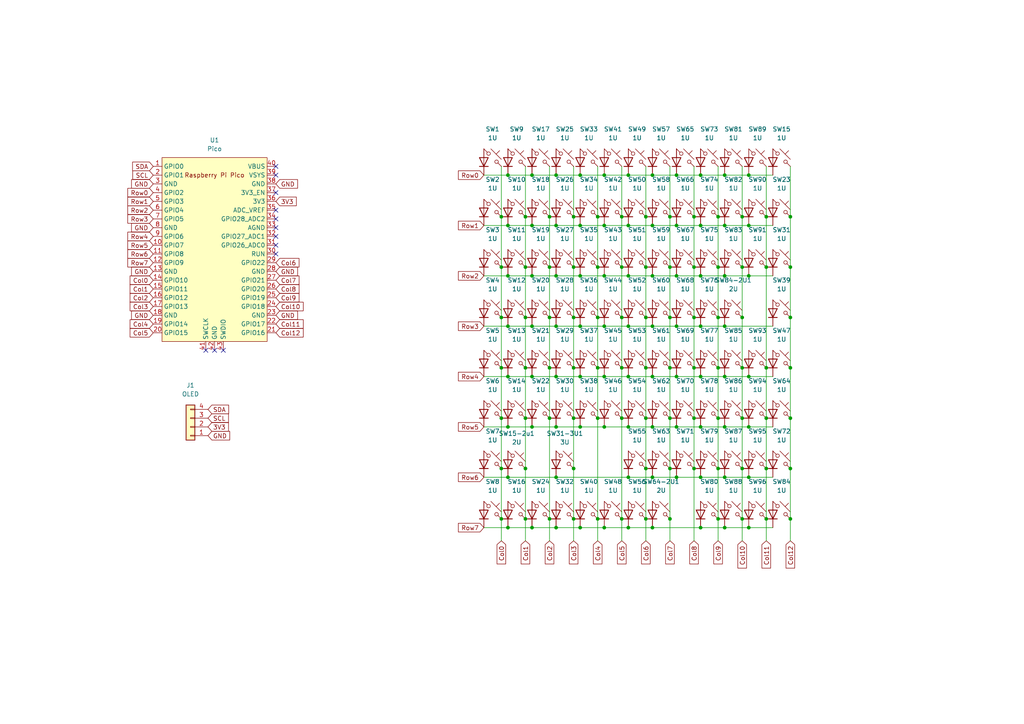
<source format=kicad_sch>
(kicad_sch (version 20211123) (generator eeschema)
  (paper "A4")
  (junction (at 196.215 80.01))
  (junction (at 182.245 123.825))
  (junction (at 180.34 106.68))
  (junction (at 217.17 109.22))
  (junction (at 222.25 135.89))
  (junction (at 208.28 135.89))
  (junction (at 161.29 80.01))
  (junction (at 147.32 123.825))
  (junction (at 152.4 135.89))
  (junction (at 215.265 135.89))
  (junction (at 168.275 94.615))
  (junction (at 194.31 106.68))
  (junction (at 147.32 80.01))
  (junction (at 196.215 65.405))
  (junction (at 187.325 121.285))
  (junction (at 152.4 121.285))
  (junction (at 189.23 94.615))
  (junction (at 196.215 50.8))
  (junction (at 168.275 153.035))
  (junction (at 182.245 138.43))
  (junction (at 173.355 121.285))
  (junction (at 208.28 121.285))
  (junction (at 182.245 80.01))
  (junction (at 210.185 80.01))
  (junction (at 210.185 138.43))
  (junction (at 217.17 65.405))
  (junction (at 175.26 65.405))
  (junction (at 182.245 109.22))
  (junction (at 180.34 121.285))
  (junction (at 194.31 62.865))
  (junction (at 154.305 109.22))
  (junction (at 222.25 106.68))
  (junction (at 203.2 138.43))
  (junction (at 168.275 123.825))
  (junction (at 210.185 123.825))
  (junction (at 180.34 62.865))
  (junction (at 154.305 94.615))
  (junction (at 161.29 65.405))
  (junction (at 203.2 50.8))
  (junction (at 152.4 92.075))
  (junction (at 145.415 106.68))
  (junction (at 187.325 150.495))
  (junction (at 187.325 62.865))
  (junction (at 187.325 135.89))
  (junction (at 145.415 135.89))
  (junction (at 152.4 62.865))
  (junction (at 208.28 62.865))
  (junction (at 152.4 77.47))
  (junction (at 222.25 62.865))
  (junction (at 152.4 150.495))
  (junction (at 161.29 153.035))
  (junction (at 173.355 62.865))
  (junction (at 189.23 123.825))
  (junction (at 189.23 109.22))
  (junction (at 166.37 135.89))
  (junction (at 180.34 77.47))
  (junction (at 159.385 92.075))
  (junction (at 187.325 77.47))
  (junction (at 159.385 150.495))
  (junction (at 152.4 106.68))
  (junction (at 217.17 153.035))
  (junction (at 161.29 123.825))
  (junction (at 147.32 94.615))
  (junction (at 187.325 92.075))
  (junction (at 159.385 121.285))
  (junction (at 194.31 121.285))
  (junction (at 217.17 50.8))
  (junction (at 229.235 106.68))
  (junction (at 154.305 50.8))
  (junction (at 154.305 80.01))
  (junction (at 147.32 153.035))
  (junction (at 229.235 121.285))
  (junction (at 189.23 50.8))
  (junction (at 182.245 153.035))
  (junction (at 194.31 92.075))
  (junction (at 166.37 121.285))
  (junction (at 210.185 153.035))
  (junction (at 145.415 150.495))
  (junction (at 196.215 94.615))
  (junction (at 203.2 94.615))
  (junction (at 201.295 106.68))
  (junction (at 229.235 135.89))
  (junction (at 189.23 153.035))
  (junction (at 180.34 92.075))
  (junction (at 215.265 121.285))
  (junction (at 194.31 77.47))
  (junction (at 175.26 80.01))
  (junction (at 229.235 150.495))
  (junction (at 189.23 138.43))
  (junction (at 147.32 65.405))
  (junction (at 159.385 62.865))
  (junction (at 180.34 150.495))
  (junction (at 168.275 109.22))
  (junction (at 182.245 94.615))
  (junction (at 175.26 94.615))
  (junction (at 196.215 123.825))
  (junction (at 166.37 106.68))
  (junction (at 147.32 138.43))
  (junction (at 217.17 80.01))
  (junction (at 159.385 77.47))
  (junction (at 210.185 65.405))
  (junction (at 189.23 65.405))
  (junction (at 145.415 121.285))
  (junction (at 203.2 109.22))
  (junction (at 215.265 77.47))
  (junction (at 147.32 50.8))
  (junction (at 166.37 62.865))
  (junction (at 222.25 77.47))
  (junction (at 201.295 92.075))
  (junction (at 175.26 50.8))
  (junction (at 182.245 50.8))
  (junction (at 222.25 150.495))
  (junction (at 215.265 106.68))
  (junction (at 201.295 135.89))
  (junction (at 168.275 50.8))
  (junction (at 168.275 65.405))
  (junction (at 173.355 92.075))
  (junction (at 175.26 123.825))
  (junction (at 168.275 80.01))
  (junction (at 210.185 109.22))
  (junction (at 196.215 138.43))
  (junction (at 189.23 80.01))
  (junction (at 173.355 77.47))
  (junction (at 166.37 150.495))
  (junction (at 222.25 121.285))
  (junction (at 159.385 106.68))
  (junction (at 208.28 106.68))
  (junction (at 217.17 123.825))
  (junction (at 215.265 150.495))
  (junction (at 161.29 94.615))
  (junction (at 203.2 65.405))
  (junction (at 201.295 77.47))
  (junction (at 173.355 106.68))
  (junction (at 175.26 153.035))
  (junction (at 154.305 123.825))
  (junction (at 229.235 92.075))
  (junction (at 187.325 106.68))
  (junction (at 201.295 62.865))
  (junction (at 203.2 153.035))
  (junction (at 208.28 150.495))
  (junction (at 215.265 92.075))
  (junction (at 208.28 92.075))
  (junction (at 194.31 135.89))
  (junction (at 196.215 109.22))
  (junction (at 145.415 62.865))
  (junction (at 166.37 92.075))
  (junction (at 161.29 109.22))
  (junction (at 161.29 50.8))
  (junction (at 145.415 92.075))
  (junction (at 208.28 77.47))
  (junction (at 194.31 150.495))
  (junction (at 175.26 109.22))
  (junction (at 145.415 77.47))
  (junction (at 154.305 153.035))
  (junction (at 210.185 94.615))
  (junction (at 166.37 77.47))
  (junction (at 210.185 50.8))
  (junction (at 203.2 80.01))
  (junction (at 203.2 123.825))
  (junction (at 215.265 62.865))
  (junction (at 217.17 138.43))
  (junction (at 161.29 138.43))
  (junction (at 182.245 65.405))
  (junction (at 173.355 150.495))
  (junction (at 154.305 65.405))
  (junction (at 229.235 77.47))
  (junction (at 147.32 109.22))
  (junction (at 201.295 121.285))
  (junction (at 229.235 62.865))
  (no_connect (at 59.69 101.6))
  (no_connect (at 62.23 101.6))
  (no_connect (at 64.77 101.6))
  (no_connect (at 80.01 55.88))
  (no_connect (at 80.01 73.66))
  (no_connect (at 80.01 60.96))
  (no_connect (at 80.01 63.5))
  (no_connect (at 80.01 66.04))
  (no_connect (at 80.01 68.58))
  (no_connect (at 80.01 71.12))
  (no_connect (at 80.01 50.8))
  (no_connect (at 80.01 48.26))
  (wire (pts (xy 161.29 153.035) (xy 168.275 153.035)))
  (wire (pts (xy 222.25 48.26) (xy 222.25 62.865)))
  (wire (pts (xy 222.25 62.865) (xy 222.25 77.47)))
  (wire (pts (xy 201.295 92.075) (xy 201.295 106.68)))
  (wire (pts (xy 180.34 62.865) (xy 180.34 77.47)))
  (wire (pts (xy 140.335 65.405) (xy 147.32 65.405)))
  (wire (pts (xy 175.26 80.01) (xy 182.245 80.01)))
  (wire (pts (xy 208.28 48.26) (xy 208.28 62.865)))
  (wire (pts (xy 175.26 153.035) (xy 182.245 153.035)))
  (wire (pts (xy 196.215 65.405) (xy 203.2 65.405)))
  (wire (pts (xy 180.34 77.47) (xy 180.34 92.075)))
  (wire (pts (xy 154.305 50.8) (xy 161.29 50.8)))
  (wire (pts (xy 145.415 150.495) (xy 145.415 156.845)))
  (wire (pts (xy 187.325 77.47) (xy 187.325 92.075)))
  (wire (pts (xy 154.305 153.035) (xy 161.29 153.035)))
  (wire (pts (xy 161.29 65.405) (xy 168.275 65.405)))
  (wire (pts (xy 215.265 135.89) (xy 215.265 150.495)))
  (wire (pts (xy 222.25 135.89) (xy 222.25 150.495)))
  (wire (pts (xy 215.265 92.075) (xy 215.265 106.68)))
  (wire (pts (xy 180.34 106.68) (xy 180.34 121.285)))
  (wire (pts (xy 152.4 48.26) (xy 152.4 62.865)))
  (wire (pts (xy 159.385 77.47) (xy 159.385 92.075)))
  (wire (pts (xy 187.325 150.495) (xy 187.325 156.845)))
  (wire (pts (xy 210.185 153.035) (xy 217.17 153.035)))
  (wire (pts (xy 222.25 106.68) (xy 222.25 121.285)))
  (wire (pts (xy 175.26 109.22) (xy 182.245 109.22)))
  (wire (pts (xy 229.235 106.68) (xy 229.235 121.285)))
  (wire (pts (xy 154.305 65.405) (xy 161.29 65.405)))
  (wire (pts (xy 208.28 77.47) (xy 208.28 92.075)))
  (wire (pts (xy 196.215 94.615) (xy 203.2 94.615)))
  (wire (pts (xy 166.37 150.495) (xy 166.37 156.845)))
  (wire (pts (xy 161.29 123.825) (xy 168.275 123.825)))
  (wire (pts (xy 229.235 150.495) (xy 229.235 156.845)))
  (wire (pts (xy 152.4 106.68) (xy 152.4 121.285)))
  (wire (pts (xy 187.325 62.865) (xy 187.325 77.47)))
  (wire (pts (xy 189.23 80.01) (xy 196.215 80.01)))
  (wire (pts (xy 161.29 138.43) (xy 182.245 138.43)))
  (wire (pts (xy 140.335 153.035) (xy 147.32 153.035)))
  (wire (pts (xy 229.235 135.89) (xy 229.235 150.495)))
  (wire (pts (xy 182.245 153.035) (xy 189.23 153.035)))
  (wire (pts (xy 166.37 62.865) (xy 166.37 77.47)))
  (wire (pts (xy 196.215 50.8) (xy 203.2 50.8)))
  (wire (pts (xy 203.2 123.825) (xy 210.185 123.825)))
  (wire (pts (xy 159.385 106.68) (xy 159.385 121.285)))
  (wire (pts (xy 215.265 121.285) (xy 215.265 135.89)))
  (wire (pts (xy 145.415 48.26) (xy 145.415 62.865)))
  (wire (pts (xy 180.34 121.285) (xy 180.34 150.495)))
  (wire (pts (xy 168.275 50.8) (xy 175.26 50.8)))
  (wire (pts (xy 217.17 123.825) (xy 224.155 123.825)))
  (wire (pts (xy 201.295 121.285) (xy 201.295 135.89)))
  (wire (pts (xy 147.32 153.035) (xy 154.305 153.035)))
  (wire (pts (xy 208.28 121.285) (xy 208.28 135.89)))
  (wire (pts (xy 147.32 123.825) (xy 154.305 123.825)))
  (wire (pts (xy 194.31 106.68) (xy 194.31 121.285)))
  (wire (pts (xy 189.23 94.615) (xy 196.215 94.615)))
  (wire (pts (xy 173.355 77.47) (xy 173.355 92.075)))
  (wire (pts (xy 222.25 121.285) (xy 222.25 135.89)))
  (wire (pts (xy 152.4 62.865) (xy 152.4 77.47)))
  (wire (pts (xy 159.385 121.285) (xy 159.385 150.495)))
  (wire (pts (xy 194.31 62.865) (xy 194.31 77.47)))
  (wire (pts (xy 173.355 106.68) (xy 173.355 121.285)))
  (wire (pts (xy 210.185 138.43) (xy 217.17 138.43)))
  (wire (pts (xy 159.385 150.495) (xy 159.385 156.845)))
  (wire (pts (xy 173.355 48.26) (xy 173.355 62.865)))
  (wire (pts (xy 154.305 109.22) (xy 161.29 109.22)))
  (wire (pts (xy 187.325 48.26) (xy 187.325 62.865)))
  (wire (pts (xy 161.29 109.22) (xy 168.275 109.22)))
  (wire (pts (xy 210.185 80.01) (xy 217.17 80.01)))
  (wire (pts (xy 229.235 92.075) (xy 229.235 106.68)))
  (wire (pts (xy 187.325 121.285) (xy 187.325 135.89)))
  (wire (pts (xy 173.355 150.495) (xy 173.355 156.845)))
  (wire (pts (xy 196.215 109.22) (xy 203.2 109.22)))
  (wire (pts (xy 189.23 109.22) (xy 196.215 109.22)))
  (wire (pts (xy 194.31 121.285) (xy 194.31 135.89)))
  (wire (pts (xy 140.335 80.01) (xy 147.32 80.01)))
  (wire (pts (xy 196.215 80.01) (xy 203.2 80.01)))
  (wire (pts (xy 166.37 77.47) (xy 166.37 92.075)))
  (wire (pts (xy 229.235 121.285) (xy 229.235 135.89)))
  (wire (pts (xy 140.335 109.22) (xy 147.32 109.22)))
  (wire (pts (xy 203.2 153.035) (xy 210.185 153.035)))
  (wire (pts (xy 147.32 80.01) (xy 154.305 80.01)))
  (wire (pts (xy 145.415 62.865) (xy 145.415 77.47)))
  (wire (pts (xy 201.295 106.68) (xy 201.295 121.285)))
  (wire (pts (xy 175.26 94.615) (xy 182.245 94.615)))
  (wire (pts (xy 147.32 109.22) (xy 154.305 109.22)))
  (wire (pts (xy 215.265 48.26) (xy 215.265 62.865)))
  (wire (pts (xy 180.34 150.495) (xy 180.34 156.845)))
  (wire (pts (xy 201.295 48.26) (xy 201.295 62.865)))
  (wire (pts (xy 168.275 65.405) (xy 175.26 65.405)))
  (wire (pts (xy 180.34 48.26) (xy 180.34 62.865)))
  (wire (pts (xy 208.28 135.89) (xy 208.28 150.495)))
  (wire (pts (xy 217.17 138.43) (xy 224.155 138.43)))
  (wire (pts (xy 152.4 121.285) (xy 152.4 135.89)))
  (wire (pts (xy 180.34 92.075) (xy 180.34 106.68)))
  (wire (pts (xy 217.17 153.035) (xy 224.155 153.035)))
  (wire (pts (xy 201.295 135.89) (xy 201.295 156.845)))
  (wire (pts (xy 161.29 80.01) (xy 168.275 80.01)))
  (wire (pts (xy 140.335 123.825) (xy 147.32 123.825)))
  (wire (pts (xy 229.235 77.47) (xy 229.235 92.075)))
  (wire (pts (xy 166.37 48.26) (xy 166.37 62.865)))
  (wire (pts (xy 140.335 50.8) (xy 147.32 50.8)))
  (wire (pts (xy 187.325 135.89) (xy 187.325 150.495)))
  (wire (pts (xy 217.17 50.8) (xy 224.155 50.8)))
  (wire (pts (xy 203.2 94.615) (xy 210.185 94.615)))
  (wire (pts (xy 140.335 94.615) (xy 147.32 94.615)))
  (wire (pts (xy 166.37 92.075) (xy 166.37 106.68)))
  (wire (pts (xy 217.17 109.22) (xy 224.155 109.22)))
  (wire (pts (xy 189.23 138.43) (xy 196.215 138.43)))
  (wire (pts (xy 147.32 50.8) (xy 154.305 50.8)))
  (wire (pts (xy 189.23 65.405) (xy 196.215 65.405)))
  (wire (pts (xy 203.2 50.8) (xy 210.185 50.8)))
  (wire (pts (xy 147.32 138.43) (xy 161.29 138.43)))
  (wire (pts (xy 196.215 138.43) (xy 203.2 138.43)))
  (wire (pts (xy 215.265 150.495) (xy 215.265 156.845)))
  (wire (pts (xy 217.17 65.405) (xy 224.155 65.405)))
  (wire (pts (xy 217.17 80.01) (xy 224.155 80.01)))
  (wire (pts (xy 215.265 77.47) (xy 215.265 92.075)))
  (wire (pts (xy 182.245 65.405) (xy 189.23 65.405)))
  (wire (pts (xy 189.23 50.8) (xy 196.215 50.8)))
  (wire (pts (xy 203.2 109.22) (xy 210.185 109.22)))
  (wire (pts (xy 168.275 109.22) (xy 175.26 109.22)))
  (wire (pts (xy 208.28 92.075) (xy 208.28 106.68)))
  (wire (pts (xy 145.415 121.285) (xy 145.415 135.89)))
  (wire (pts (xy 166.37 135.89) (xy 166.37 150.495)))
  (wire (pts (xy 168.275 94.615) (xy 175.26 94.615)))
  (wire (pts (xy 194.31 77.47) (xy 194.31 92.075)))
  (wire (pts (xy 152.4 92.075) (xy 152.4 106.68)))
  (wire (pts (xy 194.31 135.89) (xy 194.31 150.495)))
  (wire (pts (xy 194.31 48.26) (xy 194.31 62.865)))
  (wire (pts (xy 147.32 65.405) (xy 154.305 65.405)))
  (wire (pts (xy 201.295 77.47) (xy 201.295 92.075)))
  (wire (pts (xy 152.4 77.47) (xy 152.4 92.075)))
  (wire (pts (xy 182.245 80.01) (xy 189.23 80.01)))
  (wire (pts (xy 203.2 65.405) (xy 210.185 65.405)))
  (wire (pts (xy 159.385 62.865) (xy 159.385 77.47)))
  (wire (pts (xy 168.275 153.035) (xy 175.26 153.035)))
  (wire (pts (xy 166.37 121.285) (xy 166.37 135.89)))
  (wire (pts (xy 210.185 109.22) (xy 217.17 109.22)))
  (wire (pts (xy 145.415 135.89) (xy 145.415 150.495)))
  (wire (pts (xy 182.245 50.8) (xy 189.23 50.8)))
  (wire (pts (xy 194.31 150.495) (xy 194.31 156.845)))
  (wire (pts (xy 215.265 106.68) (xy 215.265 121.285)))
  (wire (pts (xy 187.325 106.68) (xy 187.325 121.285)))
  (wire (pts (xy 145.415 106.68) (xy 145.415 121.285)))
  (wire (pts (xy 168.275 80.01) (xy 175.26 80.01)))
  (wire (pts (xy 229.235 48.26) (xy 229.235 62.865)))
  (wire (pts (xy 145.415 92.075) (xy 145.415 106.68)))
  (wire (pts (xy 215.265 62.865) (xy 215.265 77.47)))
  (wire (pts (xy 145.415 77.47) (xy 145.415 92.075)))
  (wire (pts (xy 154.305 123.825) (xy 161.29 123.825)))
  (wire (pts (xy 203.2 138.43) (xy 210.185 138.43)))
  (wire (pts (xy 201.295 62.865) (xy 201.295 77.47)))
  (wire (pts (xy 152.4 135.89) (xy 152.4 150.495)))
  (wire (pts (xy 173.355 121.285) (xy 173.355 150.495)))
  (wire (pts (xy 229.235 62.865) (xy 229.235 77.47)))
  (wire (pts (xy 175.26 123.825) (xy 182.245 123.825)))
  (wire (pts (xy 210.185 50.8) (xy 217.17 50.8)))
  (wire (pts (xy 154.305 80.01) (xy 161.29 80.01)))
  (wire (pts (xy 166.37 106.68) (xy 166.37 121.285)))
  (wire (pts (xy 182.245 123.825) (xy 189.23 123.825)))
  (wire (pts (xy 182.245 109.22) (xy 189.23 109.22)))
  (wire (pts (xy 182.245 138.43) (xy 189.23 138.43)))
  (wire (pts (xy 173.355 62.865) (xy 173.355 77.47)))
  (wire (pts (xy 189.23 153.035) (xy 203.2 153.035)))
  (wire (pts (xy 161.29 94.615) (xy 168.275 94.615)))
  (wire (pts (xy 175.26 50.8) (xy 182.245 50.8)))
  (wire (pts (xy 208.28 62.865) (xy 208.28 77.47)))
  (wire (pts (xy 161.29 50.8) (xy 168.275 50.8)))
  (wire (pts (xy 140.335 138.43) (xy 147.32 138.43)))
  (wire (pts (xy 187.325 92.075) (xy 187.325 106.68)))
  (wire (pts (xy 196.215 123.825) (xy 203.2 123.825)))
  (wire (pts (xy 159.385 92.075) (xy 159.385 106.68)))
  (wire (pts (xy 210.185 94.615) (xy 224.155 94.615)))
  (wire (pts (xy 173.355 92.075) (xy 173.355 106.68)))
  (wire (pts (xy 152.4 150.495) (xy 152.4 156.845)))
  (wire (pts (xy 210.185 123.825) (xy 217.17 123.825)))
  (wire (pts (xy 175.26 65.405) (xy 182.245 65.405)))
  (wire (pts (xy 154.305 94.615) (xy 161.29 94.615)))
  (wire (pts (xy 208.28 150.495) (xy 208.28 156.845)))
  (wire (pts (xy 168.275 123.825) (xy 175.26 123.825)))
  (wire (pts (xy 159.385 48.26) (xy 159.385 62.865)))
  (wire (pts (xy 189.23 123.825) (xy 196.215 123.825)))
  (wire (pts (xy 194.31 92.075) (xy 194.31 106.68)))
  (wire (pts (xy 203.2 80.01) (xy 210.185 80.01)))
  (wire (pts (xy 182.245 94.615) (xy 189.23 94.615)))
  (wire (pts (xy 222.25 77.47) (xy 222.25 106.68)))
  (wire (pts (xy 208.28 106.68) (xy 208.28 121.285)))
  (wire (pts (xy 147.32 94.615) (xy 154.305 94.615)))
  (wire (pts (xy 210.185 65.405) (xy 217.17 65.405)))
  (wire (pts (xy 222.25 150.495) (xy 222.25 156.845)))
  (global_label "Col10" (shape input) (at 80.01 88.9 0) (property "Intersheet References" "${INTERSHEET_REFS}" (effects hide)))
  (global_label "Col0" (shape input) (at 44.45 81.28 180) (property "Intersheet References" "${INTERSHEET_REFS}" (effects hide)))
  (global_label "Row6" (shape input) (at 44.45 73.66 180) (property "Intersheet References" "${INTERSHEET_REFS}" (effects hide)))
  (global_label "GND" (shape input) (at 80.01 91.44 0) (property "Intersheet References" "${INTERSHEET_REFS}" (effects hide)))
  (global_label "GND" (shape input) (at 80.01 78.74 0) (property "Intersheet References" "${INTERSHEET_REFS}" (effects hide)))
  (global_label "Col7" (shape input) (at 194.31 156.845 270) (property "Intersheet References" "${INTERSHEET_REFS}" (effects hide)))
  (global_label "Row1" (shape input) (at 140.335 65.405 180) (property "Intersheet References" "${INTERSHEET_REFS}" (effects hide)))
  (global_label "Col12" (shape input) (at 229.235 156.845 270) (property "Intersheet References" "${INTERSHEET_REFS}" (effects hide)))
  (global_label "Row4" (shape input) (at 140.335 109.22 180) (property "Intersheet References" "${INTERSHEET_REFS}" (effects hide)))
  (global_label "SCL" (shape input) (at 44.45 50.8 180) (property "Intersheet References" "${INTERSHEET_REFS}" (effects hide)))
  (global_label "Col11" (shape input) (at 80.01 93.98 0) (property "Intersheet References" "${INTERSHEET_REFS}" (effects hide)))
  (global_label "SDA" (shape input) (at 44.45 48.26 180) (property "Intersheet References" "${INTERSHEET_REFS}" (effects hide)))
  (global_label "GND" (shape input) (at 80.01 53.34 0) (property "Intersheet References" "${INTERSHEET_REFS}" (effects hide)))
  (global_label "Col4" (shape input) (at 173.355 156.845 270) (property "Intersheet References" "${INTERSHEET_REFS}" (effects hide)))
  (global_label "SDA" (shape input) (at 60.325 118.745 0) (property "Intersheet References" "${INTERSHEET_REFS}" (effects hide)))
  (global_label "Row2" (shape input) (at 44.45 60.96 180) (property "Intersheet References" "${INTERSHEET_REFS}" (effects hide)))
  (global_label "GND" (shape input) (at 44.45 78.74 180) (property "Intersheet References" "${INTERSHEET_REFS}" (effects hide)))
  (global_label "GND" (shape input) (at 44.45 66.04 180) (property "Intersheet References" "${INTERSHEET_REFS}" (effects hide)))
  (global_label "Col8" (shape input) (at 201.295 156.845 270) (property "Intersheet References" "${INTERSHEET_REFS}" (effects hide)))
  (global_label "Col3" (shape input) (at 44.45 88.9 180) (property "Intersheet References" "${INTERSHEET_REFS}" (effects hide)))
  (global_label "Col4" (shape input) (at 44.45 93.98 180) (property "Intersheet References" "${INTERSHEET_REFS}" (effects hide)))
  (global_label "Col5" (shape input) (at 44.45 96.52 180) (property "Intersheet References" "${INTERSHEET_REFS}" (effects hide)))
  (global_label "Col10" (shape input) (at 215.265 156.845 270) (property "Intersheet References" "${INTERSHEET_REFS}" (effects hide)))
  (global_label "Col1" (shape input) (at 44.45 83.82 180) (property "Intersheet References" "${INTERSHEET_REFS}" (effects hide)))
  (global_label "SCL" (shape input) (at 60.325 121.285 0) (property "Intersheet References" "${INTERSHEET_REFS}" (effects hide)))
  (global_label "GND" (shape input) (at 60.325 126.365 0) (property "Intersheet References" "${INTERSHEET_REFS}" (effects hide)))
  (global_label "Row4" (shape input) (at 44.45 68.58 180) (property "Intersheet References" "${INTERSHEET_REFS}" (effects hide)))
  (global_label "3V3" (shape input) (at 80.01 58.42 0) (property "Intersheet References" "${INTERSHEET_REFS}" (effects hide)))
  (global_label "Col1" (shape input) (at 152.4 156.845 270) (property "Intersheet References" "${INTERSHEET_REFS}" (effects hide)))
  (global_label "Col8" (shape input) (at 80.01 83.82 0) (property "Intersheet References" "${INTERSHEET_REFS}" (effects hide)))
  (global_label "Col5" (shape input) (at 180.34 156.845 270) (property "Intersheet References" "${INTERSHEET_REFS}" (effects hide)))
  (global_label "Row2" (shape input) (at 140.335 80.01 180) (property "Intersheet References" "${INTERSHEET_REFS}" (effects hide)))
  (global_label "Col6" (shape input) (at 187.325 156.845 270) (property "Intersheet References" "${INTERSHEET_REFS}" (effects hide)))
  (global_label "GND" (shape input) (at 44.45 53.34 180) (property "Intersheet References" "${INTERSHEET_REFS}" (effects hide)))
  (global_label "Col7" (shape input) (at 80.01 81.28 0) (property "Intersheet References" "${INTERSHEET_REFS}" (effects hide)))
  (global_label "Col12" (shape input) (at 80.01 96.52 0) (property "Intersheet References" "${INTERSHEET_REFS}" (effects hide)))
  (global_label "Row7" (shape input) (at 44.45 76.2 180) (property "Intersheet References" "${INTERSHEET_REFS}" (effects hide)))
  (global_label "Col2" (shape input) (at 159.385 156.845 270) (property "Intersheet References" "${INTERSHEET_REFS}" (effects hide)))
  (global_label "Col2" (shape input) (at 44.45 86.36 180) (property "Intersheet References" "${INTERSHEET_REFS}" (effects hide)))
  (global_label "Row5" (shape input) (at 140.335 123.825 180) (property "Intersheet References" "${INTERSHEET_REFS}" (effects hide)))
  (global_label "Row5" (shape input) (at 44.45 71.12 180) (property "Intersheet References" "${INTERSHEET_REFS}" (effects hide)))
  (global_label "Row3" (shape input) (at 140.335 94.615 180) (property "Intersheet References" "${INTERSHEET_REFS}" (effects hide)))
  (global_label "Row1" (shape input) (at 44.45 58.42 180) (property "Intersheet References" "${INTERSHEET_REFS}" (effects hide)))
  (global_label "Row3" (shape input) (at 44.45 63.5 180) (property "Intersheet References" "${INTERSHEET_REFS}" (effects hide)))
  (global_label "GND" (shape input) (at 44.45 91.44 180) (property "Intersheet References" "${INTERSHEET_REFS}" (effects hide)))
  (global_label "Col11" (shape input) (at 222.25 156.845 270) (property "Intersheet References" "${INTERSHEET_REFS}" (effects hide)))
  (global_label "Row0" (shape input) (at 44.45 55.88 180) (property "Intersheet References" "${INTERSHEET_REFS}" (effects hide)))
  (global_label "Col9" (shape input) (at 208.28 156.845 270) (property "Intersheet References" "${INTERSHEET_REFS}" (effects hide)))
  (global_label "Row7" (shape input) (at 140.335 153.035 180) (property "Intersheet References" "${INTERSHEET_REFS}" (effects hide)))
  (global_label "Col3" (shape input) (at 166.37 156.845 270) (property "Intersheet References" "${INTERSHEET_REFS}" (effects hide)))
  (global_label "Col0" (shape input) (at 145.415 156.845 270) (property "Intersheet References" "${INTERSHEET_REFS}" (effects hide)))
  (global_label "Row0" (shape input) (at 140.335 50.8 180) (property "Intersheet References" "${INTERSHEET_REFS}" (effects hide)))
  (global_label "Col9" (shape input) (at 80.01 86.36 0) (property "Intersheet References" "${INTERSHEET_REFS}" (effects hide)))
  (global_label "Row6" (shape input) (at 140.335 138.43 180) (property "Intersheet References" "${INTERSHEET_REFS}" (effects hide)))
  (global_label "3V3" (shape input) (at 60.325 123.825 0) (property "Intersheet References" "${INTERSHEET_REFS}" (effects hide)))
  (global_label "Col6" (shape input) (at 80.01 76.2 0) (property "Intersheet References" "${INTERSHEET_REFS}" (effects hide)))
  (symbol (lib_id "Diode:1N4148W") (at 161.29 120.015 90) (unit 1)
    (property "Reference" "D30" (effects hide))
    (property "Value" "1N4148W" (effects hide))
    (property "Footprint" "Diode_SMD:D_SOD-123" (effects hide))
    (property "Datasheet" "https://www.vishay.com/docs/85748/1n4148w.pdf" (effects hide))
    (property "LCSC" "C81598" (effects hide))
  )
  (symbol (lib_id "Switch:SW_Push_45deg") (at 163.83 104.14 0) (unit 1)
    (property "Reference" "SW29" (at 163.83 95.885 0))
    (property "Value" "1U" (at 163.83 98.425 0))
    (property "Footprint" "foostan-parts:CherryMX_Hotswap" (effects hide))
  )
  (symbol (lib_id "Switch:SW_Push_45deg") (at 219.71 60.325 0) (unit 1)
    (property "Reference" "SW90" (at 219.71 52.07 0))
    (property "Value" "1U" (at 219.71 54.61 0))
    (property "Footprint" "foostan-parts:CherryMX_Hotswap" (effects hide))
  )
  (symbol (lib_id "Diode:1N4148W") (at 210.185 149.225 90) (unit 1)
    (property "Reference" "D88" (effects hide))
    (property "Value" "1N4148W" (effects hide))
    (property "Footprint" "Diode_SMD:D_SOD-123" (effects hide))
    (property "Datasheet" "https://www.vishay.com/docs/85748/1n4148w.pdf" (effects hide))
    (property "LCSC" "C81598" (effects hide))
  )
  (symbol (lib_id "Switch:SW_Push_45deg") (at 191.77 60.325 0) (unit 1)
    (property "Reference" "SW58" (at 191.77 52.07 0))
    (property "Value" "1U" (at 191.77 54.61 0))
    (property "Footprint" "foostan-parts:CherryMX_Hotswap" (effects hide))
  )
  (symbol (lib_id "Switch:SW_Push_45deg") (at 177.8 89.535 0) (unit 1)
    (property "Reference" "SW44" (at 177.8 81.28 0))
    (property "Value" "1U" (at 177.8 83.82 0))
    (property "Footprint" "foostan-parts:CherryMX_Hotswap" (effects hide))
  )
  (symbol (lib_id "Diode:1N4148W") (at 140.335 61.595 90) (unit 1)
    (property "Reference" "D2" (effects hide))
    (property "Value" "1N4148W" (effects hide))
    (property "Footprint" "Diode_SMD:D_SOD-123" (effects hide))
    (property "Datasheet" "https://www.vishay.com/docs/85748/1n4148w.pdf" (effects hide))
    (property "LCSC" "C81598" (effects hide))
  )
  (symbol (lib_id "Diode:1N4148W") (at 161.29 61.595 90) (unit 1)
    (property "Reference" "D26" (effects hide))
    (property "Value" "1N4148W" (effects hide))
    (property "Footprint" "Diode_SMD:D_SOD-123" (effects hide))
    (property "Datasheet" "https://www.vishay.com/docs/85748/1n4148w.pdf" (effects hide))
    (property "LCSC" "C81598" (effects hide))
  )
  (symbol (lib_id "Switch:SW_Push_45deg") (at 142.875 133.35 0) (unit 1)
    (property "Reference" "SW7" (at 142.875 125.095 0))
    (property "Value" "1U" (at 142.875 127.635 0))
    (property "Footprint" "foostan-parts:CherryMX_Hotswap" (effects hide))
  )
  (symbol (lib_id "Switch:SW_Push_45deg") (at 149.86 89.535 0) (unit 1)
    (property "Reference" "SW12" (at 149.86 81.28 0))
    (property "Value" "1U" (at 149.86 83.82 0))
    (property "Footprint" "foostan-parts:CherryMX_Hotswap" (effects hide))
  )
  (symbol (lib_id "Diode:1N4148W") (at 217.17 105.41 270) (mirror x) (unit 1)
    (property "Reference" "D93" (effects hide))
    (property "Value" "1N4148W" (effects hide))
    (property "Footprint" "Diode_SMD:D_SOD-123" (effects hide))
    (property "Datasheet" "https://www.vishay.com/docs/85748/1n4148w.pdf" (effects hide))
    (property "LCSC" "C81598" (effects hide))
  )
  (symbol (lib_id "Switch:SW_Push_45deg") (at 212.725 133.35 0) (unit 1)
    (property "Reference" "SW87" (at 212.725 125.095 0))
    (property "Value" "1U" (at 212.725 127.635 0))
    (property "Footprint" "foostan-parts:CherryMX_Hotswap" (effects hide))
  )
  (symbol (lib_id "Diode:1N4148W") (at 224.155 46.99 270) (mirror x) (unit 1)
    (property "Reference" "D23" (effects hide))
    (property "Value" "1N4148W" (effects hide))
    (property "Footprint" "Diode_SMD:D_SOD-123" (effects hide))
    (property "Datasheet" "https://www.vishay.com/docs/85748/1n4148w.pdf" (effects hide))
    (property "LCSC" "C81598" (effects hide))
  )
  (symbol (lib_id "Switch:SW_Push_45deg") (at 212.725 104.14 0) (unit 1)
    (property "Reference" "SW85" (at 212.725 95.885 0))
    (property "Value" "1U" (at 212.725 98.425 0))
    (property "Footprint" "foostan-parts:CherryMX_Hotswap" (effects hide))
  )
  (symbol (lib_id "Diode:1N4148W") (at 175.26 76.2 90) (unit 1)
    (property "Reference" "D43" (effects hide))
    (property "Value" "1N4148W" (effects hide))
    (property "Footprint" "Diode_SMD:D_SOD-123" (effects hide))
    (property "Datasheet" "https://www.vishay.com/docs/85748/1n4148w.pdf" (effects hide))
    (property "LCSC" "C81598" (effects hide))
  )
  (symbol (lib_id "Diode:1N4148W") (at 182.245 149.225 90) (unit 1)
    (property "Reference" "D56" (effects hide))
    (property "Value" "1N4148W" (effects hide))
    (property "Footprint" "Diode_SMD:D_SOD-123" (effects hide))
    (property "Datasheet" "https://www.vishay.com/docs/85748/1n4148w.pdf" (effects hide))
    (property "LCSC" "C81598" (effects hide))
  )
  (symbol (lib_id "Diode:1N4148W") (at 217.17 149.225 270) (mirror x) (unit 1)
    (property "Reference" "D96" (effects hide))
    (property "Value" "1N4148W" (effects hide))
    (property "Footprint" "Diode_SMD:D_SOD-123" (effects hide))
    (property "Datasheet" "https://www.vishay.com/docs/85748/1n4148w.pdf" (effects hide))
    (property "LCSC" "C81598" (effects hide))
  )
  (symbol (lib_id "Diode:1N4148W") (at 161.29 76.2 90) (unit 1)
    (property "Reference" "D27" (effects hide))
    (property "Value" "1N4148W" (effects hide))
    (property "Footprint" "Diode_SMD:D_SOD-123" (effects hide))
    (property "Datasheet" "https://www.vishay.com/docs/85748/1n4148w.pdf" (effects hide))
    (property "LCSC" "C81598" (effects hide))
  )
  (symbol (lib_id "Diode:1N4148W") (at 140.335 134.62 90) (unit 1)
    (property "Reference" "D7" (effects hide))
    (property "Value" "1N4148W" (effects hide))
    (property "Footprint" "Diode_SMD:D_SOD-123" (effects hide))
    (property "Datasheet" "https://www.vishay.com/docs/85748/1n4148w.pdf" (effects hide))
    (property "LCSC" "C81598" (effects hide))
  )
  (symbol (lib_id "Diode:1N4148W") (at 182.245 46.99 90) (unit 1)
    (property "Reference" "D49" (effects hide))
    (property "Value" "1N4148W" (effects hide))
    (property "Footprint" "Diode_SMD:D_SOD-123" (effects hide))
    (property "Datasheet" "https://www.vishay.com/docs/85748/1n4148w.pdf" (effects hide))
    (property "LCSC" "C81598" (effects hide))
  )
  (symbol (lib_id "Diode:1N4148W") (at 196.215 105.41 90) (unit 1)
    (property "Reference" "D69" (effects hide))
    (property "Value" "1N4148W" (effects hide))
    (property "Footprint" "Diode_SMD:D_SOD-123" (effects hide))
    (property "Datasheet" "https://www.vishay.com/docs/85748/1n4148w.pdf" (effects hide))
    (property "LCSC" "C81598" (effects hide))
  )
  (symbol (lib_id "Switch:SW_Push_45deg") (at 219.71 133.35 0) (unit 1)
    (property "Reference" "SW95" (at 219.71 125.095 0))
    (property "Value" "1U" (at 219.71 127.635 0))
    (property "Footprint" "foostan-parts:CherryMX_Hotswap" (effects hide))
  )
  (symbol (lib_id "Switch:SW_Push_45deg") (at 156.845 60.325 0) (unit 1)
    (property "Reference" "SW18" (at 156.845 52.07 0))
    (property "Value" "1U" (at 156.845 54.61 0))
    (property "Footprint" "foostan-parts:CherryMX_Hotswap" (effects hide))
  )
  (symbol (lib_id "Diode:1N4148W") (at 147.32 90.805 90) (unit 1)
    (property "Reference" "D12" (effects hide))
    (property "Value" "1N4148W" (effects hide))
    (property "Footprint" "Diode_SMD:D_SOD-123" (effects hide))
    (property "Datasheet" "https://www.vishay.com/docs/85748/1n4148w.pdf" (effects hide))
    (property "LCSC" "C81598" (effects hide))
  )
  (symbol (lib_id "Diode:1N4148W") (at 217.17 46.99 270) (mirror x) (unit 1)
    (property "Reference" "D89" (effects hide))
    (property "Value" "1N4148W" (effects hide))
    (property "Footprint" "Diode_SMD:D_SOD-123" (effects hide))
    (property "Datasheet" "https://www.vishay.com/docs/85748/1n4148w.pdf" (effects hide))
    (property "LCSC" "C81598" (effects hide))
  )
  (symbol (lib_id "Diode:1N4148W") (at 168.275 46.99 90) (unit 1)
    (property "Reference" "D33" (effects hide))
    (property "Value" "1N4148W" (effects hide))
    (property "Footprint" "Diode_SMD:D_SOD-123" (effects hide))
    (property "Datasheet" "https://www.vishay.com/docs/85748/1n4148w.pdf" (effects hide))
    (property "LCSC" "C81598" (effects hide))
  )
  (symbol (lib_id "Switch:SW_Push_45deg") (at 205.74 60.325 0) (unit 1)
    (property "Reference" "SW74" (at 205.74 52.07 0))
    (property "Value" "1U" (at 205.74 54.61 0))
    (property "Footprint" "foostan-parts:CherryMX_Hotswap" (effects hide))
  )
  (symbol (lib_id "Diode:1N4148W") (at 203.2 105.41 90) (unit 1)
    (property "Reference" "D77" (effects hide))
    (property "Value" "1N4148W" (effects hide))
    (property "Footprint" "Diode_SMD:D_SOD-123" (effects hide))
    (property "Datasheet" "https://www.vishay.com/docs/85748/1n4148w.pdf" (effects hide))
    (property "LCSC" "C81598" (effects hide))
  )
  (symbol (lib_id "Switch:SW_Push_45deg") (at 219.71 118.745 0) (unit 1)
    (property "Reference" "SW94" (at 219.71 110.49 0))
    (property "Value" "1U" (at 219.71 113.03 0))
    (property "Footprint" "foostan-parts:CherryMX_Hotswap" (effects hide))
  )
  (symbol (lib_id "Switch:SW_Push_45deg") (at 163.83 118.745 0) (unit 1)
    (property "Reference" "SW30" (at 163.83 110.49 0))
    (property "Value" "1U" (at 163.83 113.03 0))
    (property "Footprint" "foostan-parts:CherryMX_Hotswap" (effects hide))
  )
  (symbol (lib_id "Diode:1N4148W") (at 147.32 149.225 90) (unit 1)
    (property "Reference" "D16" (effects hide))
    (property "Value" "1N4148W" (effects hide))
    (property "Footprint" "Diode_SMD:D_SOD-123" (effects hide))
    (property "Datasheet" "https://www.vishay.com/docs/85748/1n4148w.pdf" (effects hide))
    (property "LCSC" "C81598" (effects hide))
  )
  (symbol (lib_id "Switch:SW_Push_45deg") (at 212.725 89.535 0) (unit 1)
    (property "Reference" "SW84-2U1" (at 212.725 81.28 0))
    (property "Value" "2U" (at 212.725 83.82 0))
    (property "Footprint" "foostan-parts:CherryMX_Hotswap" (effects hide))
  )
  (symbol (lib_id "Switch:SW_Push_45deg") (at 156.845 45.72 0) (unit 1)
    (property "Reference" "SW17" (at 156.845 37.465 0))
    (property "Value" "1U" (at 156.845 40.005 0))
    (property "Footprint" "foostan-parts:CherryMX_Hotswap" (effects hide))
  )
  (symbol (lib_id "Switch:SW_Push_45deg") (at 226.695 45.72 0) (unit 1)
    (property "Reference" "SW15" (at 226.695 37.465 0))
    (property "Value" "1U" (at 226.695 40.005 0))
    (property "Footprint" "foostan-parts:CherryMX_Hotswap" (effects hide))
  )
  (symbol (lib_id "Diode:1N4148W") (at 154.305 61.595 90) (unit 1)
    (property "Reference" "D18" (effects hide))
    (property "Value" "1N4148W" (effects hide))
    (property "Footprint" "Diode_SMD:D_SOD-123" (effects hide))
    (property "Datasheet" "https://www.vishay.com/docs/85748/1n4148w.pdf" (effects hide))
    (property "LCSC" "C81598" (effects hide))
  )
  (symbol (lib_id "Switch:SW_Push_45deg") (at 219.71 104.14 0) (unit 1)
    (property "Reference" "SW93" (at 219.71 95.885 0))
    (property "Value" "1U" (at 219.71 98.425 0))
    (property "Footprint" "foostan-parts:CherryMX_Hotswap" (effects hide))
  )
  (symbol (lib_id "Diode:1N4148W") (at 140.335 46.99 90) (unit 1)
    (property "Reference" "D1" (effects hide))
    (property "Value" "1N4148W" (effects hide))
    (property "Footprint" "Diode_SMD:D_SOD-123" (effects hide))
    (property "Datasheet" "https://www.vishay.com/docs/85748/1n4148w.pdf" (effects hide))
    (property "LCSC" "C81598" (effects hide))
  )
  (symbol (lib_id "Diode:1N4148W") (at 210.185 61.595 90) (unit 1)
    (property "Reference" "D82" (effects hide))
    (property "Value" "1N4148W" (effects hide))
    (property "Footprint" "Diode_SMD:D_SOD-123" (effects hide))
    (property "Datasheet" "https://www.vishay.com/docs/85748/1n4148w.pdf" (effects hide))
    (property "LCSC" "C81598" (effects hide))
  )
  (symbol (lib_id "Switch:SW_Push_45deg") (at 184.785 45.72 0) (unit 1)
    (property "Reference" "SW49" (at 184.785 37.465 0))
    (property "Value" "1U" (at 184.785 40.005 0))
    (property "Footprint" "foostan-parts:CherryMX_Hotswap" (effects hide))
  )
  (symbol (lib_id "Switch:SW_Push_45deg") (at 170.815 118.745 0) (unit 1)
    (property "Reference" "SW38" (at 170.815 110.49 0))
    (property "Value" "1U" (at 170.815 113.03 0))
    (property "Footprint" "foostan-parts:CherryMX_Hotswap" (effects hide))
  )
  (symbol (lib_id "Switch:SW_Push_45deg") (at 191.77 133.35 0) (unit 1)
    (property "Reference" "SW63" (at 191.77 125.095 0))
    (property "Value" "1U" (at 191.77 127.635 0))
    (property "Footprint" "foostan-parts:CherryMX_Hotswap" (effects hide))
  )
  (symbol (lib_id "Switch:SW_Push_45deg") (at 170.815 74.93 0) (unit 1)
    (property "Reference" "SW35" (at 170.815 66.675 0))
    (property "Value" "1U" (at 170.815 69.215 0))
    (property "Footprint" "foostan-parts:CherryMX_Hotswap" (effects hide))
  )
  (symbol (lib_id "Connector_Generic:Conn_01x04") (at 55.245 123.825 180) (unit 1)
    (property "Reference" "J1" (at 55.245 111.76 0))
    (property "Value" "OLED" (at 55.245 114.3 0))
    (property "Footprint" "Keebio-Parts:128x64OLED" (effects hide))
  )
  (symbol (lib_id "Switch:SW_Push_45deg") (at 184.785 104.14 0) (unit 1)
    (property "Reference" "SW53" (at 184.785 95.885 0))
    (property "Value" "1U" (at 184.785 98.425 0))
    (property "Footprint" "foostan-parts:CherryMX_Hotswap" (effects hide))
  )
  (symbol (lib_id "Switch:SW_Push_45deg") (at 191.77 104.14 0) (unit 1)
    (property "Reference" "SW61" (at 191.77 95.885 0))
    (property "Value" "1U" (at 191.77 98.425 0))
    (property "Footprint" "foostan-parts:CherryMX_Hotswap" (effects hide))
  )
  (symbol (lib_id "Switch:SW_Push_45deg") (at 212.725 45.72 0) (unit 1)
    (property "Reference" "SW81" (at 212.725 37.465 0))
    (property "Value" "1U" (at 212.725 40.005 0))
    (property "Footprint" "foostan-parts:CherryMX_Hotswap" (effects hide))
  )
  (symbol (lib_id "Switch:SW_Push_45deg") (at 198.755 74.93 0) (unit 1)
    (property "Reference" "SW67" (at 198.755 66.675 0))
    (property "Value" "1U" (at 198.755 69.215 0))
    (property "Footprint" "foostan-parts:CherryMX_Hotswap" (effects hide))
  )
  (symbol (lib_id "Diode:1N4148W") (at 203.2 61.595 90) (unit 1)
    (property "Reference" "D74" (effects hide))
    (property "Value" "1N4148W" (effects hide))
    (property "Footprint" "Diode_SMD:D_SOD-123" (effects hide))
    (property "Datasheet" "https://www.vishay.com/docs/85748/1n4148w.pdf" (effects hide))
    (property "LCSC" "C81598" (effects hide))
  )
  (symbol (lib_id "Switch:SW_Push_45deg") (at 226.695 89.535 0) (unit 1)
    (property "Reference" "SW39" (at 226.695 81.28 0))
    (property "Value" "1U" (at 226.695 83.82 0))
    (property "Footprint" "foostan-parts:CherryMX_Hotswap" (effects hide))
  )
  (symbol (lib_id "Switch:SW_Push_45deg") (at 142.875 147.955 0) (unit 1)
    (property "Reference" "SW8" (at 142.875 139.7 0))
    (property "Value" "1U" (at 142.875 142.24 0))
    (property "Footprint" "foostan-parts:CherryMX_Hotswap" (effects hide))
  )
  (symbol (lib_id "Diode:1N4148W") (at 182.245 76.2 90) (unit 1)
    (property "Reference" "D51" (effects hide))
    (property "Value" "1N4148W" (effects hide))
    (property "Footprint" "Diode_SMD:D_SOD-123" (effects hide))
    (property "Datasheet" "https://www.vishay.com/docs/85748/1n4148w.pdf" (effects hide))
    (property "LCSC" "C81598" (effects hide))
  )
  (symbol (lib_id "Switch:SW_Push_45deg") (at 198.755 118.745 0) (unit 1)
    (property "Reference" "SW70" (at 198.755 110.49 0))
    (property "Value" "1U" (at 198.755 113.03 0))
    (property "Footprint" "foostan-parts:CherryMX_Hotswap" (effects hide))
  )
  (symbol (lib_id "Diode:1N4148W") (at 196.215 46.99 90) (unit 1)
    (property "Reference" "D65" (effects hide))
    (property "Value" "1N4148W" (effects hide))
    (property "Footprint" "Diode_SMD:D_SOD-123" (effects hide))
    (property "Datasheet" "https://www.vishay.com/docs/85748/1n4148w.pdf" (effects hide))
    (property "LCSC" "C81598" (effects hide))
  )
  (symbol (lib_id "Diode:1N4148W") (at 189.23 105.41 90) (unit 1)
    (property "Reference" "D61" (effects hide))
    (property "Value" "1N4148W" (effects hide))
    (property "Footprint" "Diode_SMD:D_SOD-123" (effects hide))
    (property "Datasheet" "https://www.vishay.com/docs/85748/1n4148w.pdf" (effects hide))
    (property "LCSC" "C81598" (effects hide))
  )
  (symbol (lib_id "Switch:SW_Push_45deg") (at 184.785 133.35 0) (unit 1)
    (property "Reference" "SW55" (at 184.785 125.095 0))
    (property "Value" "1U" (at 184.785 127.635 0))
    (property "Footprint" "foostan-parts:CherryMX_Hotswap" (effects hide))
  )
  (symbol (lib_id "Diode:1N4148W") (at 196.215 76.2 90) (unit 1)
    (property "Reference" "D67" (effects hide))
    (property "Value" "1N4148W" (effects hide))
    (property "Footprint" "Diode_SMD:D_SOD-123" (effects hide))
    (property "Datasheet" "https://www.vishay.com/docs/85748/1n4148w.pdf" (effects hide))
    (property "LCSC" "C81598" (effects hide))
  )
  (symbol (lib_id "Switch:SW_Push_45deg") (at 156.845 74.93 0) (unit 1)
    (property "Reference" "SW19" (at 156.845 66.675 0))
    (property "Value" "1U" (at 156.845 69.215 0))
    (property "Footprint" "foostan-parts:CherryMX_Hotswap" (effects hide))
  )
  (symbol (lib_id "Switch:SW_Push_45deg") (at 191.77 118.745 0) (unit 1)
    (property "Reference" "SW62" (at 191.77 110.49 0))
    (property "Value" "1U" (at 191.77 113.03 0))
    (property "Footprint" "foostan-parts:CherryMX_Hotswap" (effects hide))
  )
  (symbol (lib_id "Diode:1N4148W") (at 182.245 120.015 90) (unit 1)
    (property "Reference" "D54" (effects hide))
    (property "Value" "1N4148W" (effects hide))
    (property "Footprint" "Diode_SMD:D_SOD-123" (effects hide))
    (property "Datasheet" "https://www.vishay.com/docs/85748/1n4148w.pdf" (effects hide))
    (property "LCSC" "C81598" (effects hide))
  )
  (symbol (lib_id "Diode:1N4148W") (at 175.26 46.99 90) (unit 1)
    (property "Reference" "D41" (effects hide))
    (property "Value" "1N4148W" (effects hide))
    (property "Footprint" "Diode_SMD:D_SOD-123" (effects hide))
    (property "Datasheet" "https://www.vishay.com/docs/85748/1n4148w.pdf" (effects hide))
    (property "LCSC" "C81598" (effects hide))
  )
  (symbol (lib_id "Diode:1N4148W") (at 175.26 120.015 90) (unit 1)
    (property "Reference" "D46" (effects hide))
    (property "Value" "1N4148W" (effects hide))
    (property "Footprint" "Diode_SMD:D_SOD-123" (effects hide))
    (property "Datasheet" "https://www.vishay.com/docs/85748/1n4148w.pdf" (effects hide))
    (property "LCSC" "C81598" (effects hide))
  )
  (symbol (lib_id "Diode:1N4148W") (at 140.335 149.225 90) (unit 1)
    (property "Reference" "D8" (effects hide))
    (property "Value" "1N4148W" (effects hide))
    (property "Footprint" "Diode_SMD:D_SOD-123" (effects hide))
    (property "Datasheet" "https://www.vishay.com/docs/85748/1n4148w.pdf" (effects hide))
    (property "LCSC" "C81598" (effects hide))
  )
  (symbol (lib_id "Diode:1N4148W") (at 154.305 105.41 90) (unit 1)
    (property "Reference" "D21" (effects hide))
    (property "Value" "1N4148W" (effects hide))
    (property "Footprint" "Diode_SMD:D_SOD-123" (effects hide))
    (property "Datasheet" "https://www.vishay.com/docs/85748/1n4148w.pdf" (effects hide))
    (property "LCSC" "C81598" (effects hide))
  )
  (symbol (lib_id "Switch:SW_Push_45deg") (at 205.74 74.93 0) (unit 1)
    (property "Reference" "SW75" (at 205.74 66.675 0))
    (property "Value" "1U" (at 205.74 69.215 0))
    (property "Footprint" "foostan-parts:CherryMX_Hotswap" (effects hide))
  )
  (symbol (lib_id "Switch:SW_Push_45deg") (at 184.785 60.325 0) (unit 1)
    (property "Reference" "SW50" (at 184.785 52.07 0))
    (property "Value" "1U" (at 184.785 54.61 0))
    (property "Footprint" "foostan-parts:CherryMX_Hotswap" (effects hide))
  )
  (symbol (lib_id "Switch:SW_Push_45deg") (at 212.725 60.325 0) (unit 1)
    (property "Reference" "SW82" (at 212.725 52.07 0))
    (property "Value" "1U" (at 212.725 54.61 0))
    (property "Footprint" "foostan-parts:CherryMX_Hotswap" (effects hide))
  )
  (symbol (lib_id "Diode:1N4148W") (at 189.23 90.805 90) (unit 1)
    (property "Reference" "D60" (effects hide))
    (property "Value" "1N4148W" (effects hide))
    (property "Footprint" "Diode_SMD:D_SOD-123" (effects hide))
    (property "Datasheet" "https://www.vishay.com/docs/85748/1n4148w.pdf" (effects hide))
    (property "LCSC" "C81598" (effects hide))
  )
  (symbol (lib_id "Switch:SW_Push_45deg") (at 198.755 45.72 0) (unit 1)
    (property "Reference" "SW65" (at 198.755 37.465 0))
    (property "Value" "1U" (at 198.755 40.005 0))
    (property "Footprint" "foostan-parts:CherryMX_Hotswap" (effects hide))
  )
  (symbol (lib_id "Switch:SW_Push_45deg") (at 142.875 74.93 0) (unit 1)
    (property "Reference" "SW3" (at 142.875 66.675 0))
    (property "Value" "1U" (at 142.875 69.215 0))
    (property "Footprint" "foostan-parts:CherryMX_Hotswap" (effects hide))
  )
  (symbol (lib_id "Diode:1N4148W") (at 189.23 76.2 90) (unit 1)
    (property "Reference" "D59" (effects hide))
    (property "Value" "1N4148W" (effects hide))
    (property "Footprint" "Diode_SMD:D_SOD-123" (effects hide))
    (property "Datasheet" "https://www.vishay.com/docs/85748/1n4148w.pdf" (effects hide))
    (property "LCSC" "C81598" (effects hide))
  )
  (symbol (lib_id "Switch:SW_Push_45deg") (at 149.86 45.72 0) (unit 1)
    (property "Reference" "SW9" (at 149.86 37.465 0))
    (property "Value" "1U" (at 149.86 40.005 0))
    (property "Footprint" "foostan-parts:CherryMX_Hotswap" (effects hide))
  )
  (symbol (lib_id "Diode:1N4148W") (at 140.335 120.015 90) (unit 1)
    (property "Reference" "D6" (effects hide))
    (property "Value" "1N4148W" (effects hide))
    (property "Footprint" "Diode_SMD:D_SOD-123" (effects hide))
    (property "Datasheet" "https://www.vishay.com/docs/85748/1n4148w.pdf" (effects hide))
    (property "LCSC" "C81598" (effects hide))
  )
  (symbol (lib_id "Switch:SW_Push_45deg") (at 170.815 89.535 0) (unit 1)
    (property "Reference" "SW36" (at 170.815 81.28 0))
    (property "Value" "1U" (at 170.815 83.82 0))
    (property "Footprint" "foostan-parts:CherryMX_Hotswap" (effects hide))
  )
  (symbol (lib_id "Diode:1N4148W") (at 182.245 134.62 90) (unit 1)
    (property "Reference" "D55" (effects hide))
    (property "Value" "1N4148W" (effects hide))
    (property "Footprint" "Diode_SMD:D_SOD-123" (effects hide))
    (property "Datasheet" "https://www.vishay.com/docs/85748/1n4148w.pdf" (effects hide))
    (property "LCSC" "C81598" (effects hide))
  )
  (symbol (lib_id "Switch:SW_Push_45deg") (at 142.875 45.72 0) (unit 1)
    (property "Reference" "SW1" (at 142.875 37.465 0))
    (property "Value" "1U" (at 142.875 40.005 0))
    (property "Footprint" "foostan-parts:CherryMX_Hotswap" (effects hide))
  )
  (symbol (lib_id "Diode:1N4148W") (at 210.185 134.62 90) (unit 1)
    (property "Reference" "D87" (effects hide))
    (property "Value" "1N4148W" (effects hide))
    (property "Footprint" "Diode_SMD:D_SOD-123" (effects hide))
    (property "Datasheet" "https://www.vishay.com/docs/85748/1n4148w.pdf" (effects hide))
    (property "LCSC" "C81598" (effects hide))
  )
  (symbol (lib_id "Switch:SW_Push_45deg") (at 149.86 60.325 0) (unit 1)
    (property "Reference" "SW10" (at 149.86 52.07 0))
    (property "Value" "1U" (at 149.86 54.61 0))
    (property "Footprint" "foostan-parts:CherryMX_Hotswap" (effects hide))
  )
  (symbol (lib_id "Switch:SW_Push_45deg") (at 226.695 74.93 0) (unit 1)
    (property "Reference" "SW31" (at 226.695 66.675 0))
    (property "Value" "1U" (at 226.695 69.215 0))
    (property "Footprint" "foostan-parts:CherryMX_Hotswap" (effects hide))
  )
  (symbol (lib_id "Switch:SW_Push_45deg") (at 191.77 45.72 0) (unit 1)
    (property "Reference" "SW57" (at 191.77 37.465 0))
    (property "Value" "1U" (at 191.77 40.005 0))
    (property "Footprint" "foostan-parts:CherryMX_Hotswap" (effects hide))
  )
  (symbol (lib_id "Switch:SW_Push_45deg") (at 142.875 118.745 0) (unit 1)
    (property "Reference" "SW6" (at 142.875 110.49 0))
    (property "Value" "1U" (at 142.875 113.03 0))
    (property "Footprint" "foostan-parts:CherryMX_Hotswap" (effects hide))
  )
  (symbol (lib_id "Switch:SW_Push_45deg") (at 163.83 133.35 0) (unit 1)
    (property "Reference" "SW31-3U1" (at 163.83 125.73 0))
    (property "Value" "3U" (at 163.83 128.27 0))
    (property "Footprint" "foostan-parts:CherryMX_Hotswap" (effects hide))
  )
  (symbol (lib_id "Switch:SW_Push_45deg") (at 142.875 60.325 0) (unit 1)
    (property "Reference" "SW2" (at 142.875 52.07 0))
    (property "Value" "1U" (at 142.875 54.61 0))
    (property "Footprint" "foostan-parts:CherryMX_Hotswap" (effects hide))
  )
  (symbol (lib_id "Switch:SW_Push_45deg") (at 205.74 89.535 0) (unit 1)
    (property "Reference" "SW76" (at 205.74 81.28 0))
    (property "Value" "1U" (at 205.74 83.82 0))
    (property "Footprint" "foostan-parts:CherryMX_Hotswap" (effects hide))
  )
  (symbol (lib_id "Diode:1N4148W") (at 161.29 90.805 90) (unit 1)
    (property "Reference" "D28" (effects hide))
    (property "Value" "1N4148W" (effects hide))
    (property "Footprint" "Diode_SMD:D_SOD-123" (effects hide))
    (property "Datasheet" "https://www.vishay.com/docs/85748/1n4148w.pdf" (effects hide))
    (property "LCSC" "C81598" (effects hide))
  )
  (symbol (lib_id "Diode:1N4148W") (at 203.2 149.225 90) (unit 1)
    (property "Reference" "D80" (effects hide))
    (property "Value" "1N4148W" (effects hide))
    (property "Footprint" "Diode_SMD:D_SOD-123" (effects hide))
    (property "Datasheet" "https://www.vishay.com/docs/85748/1n4148w.pdf" (effects hide))
    (property "LCSC" "C81598" (effects hide))
  )
  (symbol (lib_id "Diode:1N4148W") (at 189.23 149.225 90) (unit 1)
    (property "Reference" "D64" (effects hide))
    (property "Value" "1N4148W" (effects hide))
    (property "Footprint" "Diode_SMD:D_SOD-123" (effects hide))
    (property "Datasheet" "https://www.vishay.com/docs/85748/1n4148w.pdf" (effects hide))
    (property "LCSC" "C81598" (effects hide))
  )
  (symbol (lib_id "Switch:SW_Push_45deg") (at 205.74 133.35 0) (unit 1)
    (property "Reference" "SW79" (at 205.74 125.095 0))
    (property "Value" "1U" (at 205.74 127.635 0))
    (property "Footprint" "foostan-parts:CherryMX_Hotswap" (effects hide))
  )
  (symbol (lib_id "Switch:SW_Push_45deg") (at 149.86 118.745 0) (unit 1)
    (property "Reference" "SW14" (at 149.86 110.49 0))
    (property "Value" "1U" (at 149.86 113.03 0))
    (property "Footprint" "foostan-parts:CherryMX_Hotswap" (effects hide))
  )
  (symbol (lib_id "Switch:SW_Push_45deg") (at 177.8 45.72 0) (unit 1)
    (property "Reference" "SW41" (at 177.8 37.465 0))
    (property "Value" "1U" (at 177.8 40.005 0))
    (property "Footprint" "foostan-parts:CherryMX_Hotswap" (effects hide))
  )
  (symbol (lib_id "Switch:SW_Push_45deg") (at 212.725 147.955 0) (unit 1)
    (property "Reference" "SW88" (at 212.725 139.7 0))
    (property "Value" "1U" (at 212.725 142.24 0))
    (property "Footprint" "foostan-parts:CherryMX_Hotswap" (effects hide))
  )
  (symbol (lib_id "Diode:1N4148W") (at 168.275 120.015 90) (unit 1)
    (property "Reference" "D38" (effects hide))
    (property "Value" "1N4148W" (effects hide))
    (property "Footprint" "Diode_SMD:D_SOD-123" (effects hide))
    (property "Datasheet" "https://www.vishay.com/docs/85748/1n4148w.pdf" (effects hide))
    (property "LCSC" "C81598" (effects hide))
  )
  (symbol (lib_id "Switch:SW_Push_45deg") (at 226.695 118.745 0) (unit 1)
    (property "Reference" "SW64" (at 226.695 110.49 0))
    (property "Value" "1U" (at 226.695 113.03 0))
    (property "Footprint" "foostan-parts:CherryMX_Hotswap" (effects hide))
  )
  (symbol (lib_id "Diode:1N4148W") (at 224.155 149.225 270) (mirror x) (unit 1)
    (property "Reference" "D99" (effects hide))
    (property "Value" "1N4148W" (effects hide))
    (property "Footprint" "Diode_SMD:D_SOD-123" (effects hide))
    (property "Datasheet" "https://www.vishay.com/docs/85748/1n4148w.pdf" (effects hide))
    (property "LCSC" "C81598" (effects hide))
  )
  (symbol (lib_id "Diode:1N4148W") (at 147.32 105.41 90) (unit 1)
    (property "Reference" "D13" (effects hide))
    (property "Value" "1N4148W" (effects hide))
    (property "Footprint" "Diode_SMD:D_SOD-123" (effects hide))
    (property "Datasheet" "https://www.vishay.com/docs/85748/1n4148w.pdf" (effects hide))
    (property "LCSC" "C81598" (effects hide))
  )
  (symbol (lib_id "Diode:1N4148W") (at 189.23 134.62 90) (unit 1)
    (property "Reference" "D63" (effects hide))
    (property "Value" "1N4148W" (effects hide))
    (property "Footprint" "Diode_SMD:D_SOD-123" (effects hide))
    (property "Datasheet" "https://www.vishay.com/docs/85748/1n4148w.pdf" (effects hide))
    (property "LCSC" "C81598" (effects hide))
  )
  (symbol (lib_id "Diode:1N4148W") (at 203.2 90.805 90) (unit 1)
    (property "Reference" "D76" (effects hide))
    (property "Value" "1N4148W" (effects hide))
    (property "Footprint" "Diode_SMD:D_SOD-123" (effects hide))
    (property "Datasheet" "https://www.vishay.com/docs/85748/1n4148w.pdf" (effects hide))
    (property "LCSC" "C81598" (effects hide))
  )
  (symbol (lib_id "Diode:1N4148W") (at 154.305 120.015 90) (unit 1)
    (property "Reference" "D22" (effects hide))
    (property "Value" "1N4148W" (effects hide))
    (property "Footprint" "Diode_SMD:D_SOD-123" (effects hide))
    (property "Datasheet" "https://www.vishay.com/docs/85748/1n4148w.pdf" (effects hide))
    (property "LCSC" "C81598" (effects hide))
  )
  (symbol (lib_id "Switch:SW_Push_45deg") (at 198.755 89.535 0) (unit 1)
    (property "Reference" "SW68" (at 198.755 81.28 0))
    (property "Value" "1U" (at 198.755 83.82 0))
    (property "Footprint" "foostan-parts:CherryMX_Hotswap" (effects hide))
  )
  (symbol (lib_id "Switch:SW_Push_45deg") (at 170.815 104.14 0) (unit 1)
    (property "Reference" "SW37" (at 170.815 95.885 0))
    (property "Value" "1U" (at 170.815 98.425 0))
    (property "Footprint" "foostan-parts:CherryMX_Hotswap" (effects hide))
  )
  (symbol (lib_id "Diode:1N4148W") (at 217.17 76.2 270) (mirror x) (unit 1)
    (property "Reference" "D91" (effects hide))
    (property "Value" "1N4148W" (effects hide))
    (property "Footprint" "Diode_SMD:D_SOD-123" (effects hide))
    (property "Datasheet" "https://www.vishay.com/docs/85748/1n4148w.pdf" (effects hide))
    (property "LCSC" "C81598" (effects hide))
  )
  (symbol (lib_id "Switch:SW_Push_45deg") (at 170.815 60.325 0) (unit 1)
    (property "Reference" "SW34" (at 170.815 52.07 0))
    (property "Value" "1U" (at 170.815 54.61 0))
    (property "Footprint" "foostan-parts:CherryMX_Hotswap" (effects hide))
  )
  (symbol (lib_id "Diode:1N4148W") (at 224.155 76.2 270) (mirror x) (unit 1)
    (property "Reference" "D47" (effects hide))
    (property "Value" "1N4148W" (effects hide))
    (property "Footprint" "Diode_SMD:D_SOD-123" (effects hide))
    (property "Datasheet" "https://www.vishay.com/docs/85748/1n4148w.pdf" (effects hide))
    (property "LCSC" "C81598" (effects hide))
  )
  (symbol (lib_id "Diode:1N4148W") (at 154.305 90.805 90) (unit 1)
    (property "Reference" "D20" (effects hide))
    (property "Value" "1N4148W" (effects hide))
    (property "Footprint" "Diode_SMD:D_SOD-123" (effects hide))
    (property "Datasheet" "https://www.vishay.com/docs/85748/1n4148w.pdf" (effects hide))
    (property "LCSC" "C81598" (effects hide))
  )
  (symbol (lib_id "Diode:1N4148W") (at 224.155 61.595 270) (mirror x) (unit 1)
    (property "Reference" "D39" (effects hide))
    (property "Value" "1N4148W" (effects hide))
    (property "Footprint" "Diode_SMD:D_SOD-123" (effects hide))
    (property "Datasheet" "https://www.vishay.com/docs/85748/1n4148w.pdf" (effects hide))
    (property "LCSC" "C81598" (effects hide))
  )
  (symbol (lib_id "Diode:1N4148W") (at 140.335 90.805 90) (unit 1)
    (property "Reference" "D4" (effects hide))
    (property "Value" "1N4148W" (effects hide))
    (property "Footprint" "Diode_SMD:D_SOD-123" (effects hide))
    (property "Datasheet" "https://www.vishay.com/docs/85748/1n4148w.pdf" (effects hide))
    (property "LCSC" "C81598" (effects hide))
  )
  (symbol (lib_id "Diode:1N4148W") (at 168.275 105.41 90) (unit 1)
    (property "Reference" "D37" (effects hide))
    (property "Value" "1N4148W" (effects hide))
    (property "Footprint" "Diode_SMD:D_SOD-123" (effects hide))
    (property "Datasheet" "https://www.vishay.com/docs/85748/1n4148w.pdf" (effects hide))
    (property "LCSC" "C81598" (effects hide))
  )
  (symbol (lib_id "Switch:SW_Push_45deg") (at 156.845 147.955 0) (unit 1)
    (property "Reference" "SW24" (at 156.845 139.7 0))
    (property "Value" "1U" (at 156.845 142.24 0))
    (property "Footprint" "foostan-parts:CherryMX_Hotswap" (effects hide))
  )
  (symbol (lib_id "Switch:SW_Push_45deg") (at 184.785 118.745 0) (unit 1)
    (property "Reference" "SW54" (at 184.785 110.49 0))
    (property "Value" "1U" (at 184.785 113.03 0))
    (property "Footprint" "foostan-parts:CherryMX_Hotswap" (effects hide))
  )
  (symbol (lib_id "Diode:1N4148W") (at 182.245 61.595 90) (unit 1)
    (property "Reference" "D50" (effects hide))
    (property "Value" "1N4148W" (effects hide))
    (property "Footprint" "Diode_SMD:D_SOD-123" (effects hide))
    (property "Datasheet" "https://www.vishay.com/docs/85748/1n4148w.pdf" (effects hide))
    (property "LCSC" "C81598" (effects hide))
  )
  (symbol (lib_id "Diode:1N4148W") (at 154.305 76.2 90) (unit 1)
    (property "Reference" "D19" (effects hide))
    (property "Value" "1N4148W" (effects hide))
    (property "Footprint" "Diode_SMD:D_SOD-123" (effects hide))
    (property "Datasheet" "https://www.vishay.com/docs/85748/1n4148w.pdf" (effects hide))
    (property "LCSC" "C81598" (effects hide))
  )
  (symbol (lib_id "Switch:SW_Push_45deg") (at 163.83 89.535 0) (unit 1)
    (property "Reference" "SW28" (at 163.83 81.28 0))
    (property "Value" "1U" (at 163.83 83.82 0))
    (property "Footprint" "foostan-parts:CherryMX_Hotswap" (effects hide))
  )
  (symbol (lib_id "Diode:1N4148W") (at 210.185 105.41 90) (unit 1)
    (property "Reference" "D85" (effects hide))
    (property "Value" "1N4148W" (effects hide))
    (property "Footprint" "Diode_SMD:D_SOD-123" (effects hide))
    (property "Datasheet" "https://www.vishay.com/docs/85748/1n4148w.pdf" (effects hide))
    (property "LCSC" "C81598" (effects hide))
  )
  (symbol (lib_id "Diode:1N4148W") (at 196.215 61.595 90) (unit 1)
    (property "Reference" "D66" (effects hide))
    (property "Value" "1N4148W" (effects hide))
    (property "Footprint" "Diode_SMD:D_SOD-123" (effects hide))
    (property "Datasheet" "https://www.vishay.com/docs/85748/1n4148w.pdf" (effects hide))
    (property "LCSC" "C81598" (effects hide))
  )
  (symbol (lib_id "Diode:1N4148W") (at 210.185 46.99 90) (unit 1)
    (property "Reference" "D81" (effects hide))
    (property "Value" "1N4148W" (effects hide))
    (property "Footprint" "Diode_SMD:D_SOD-123" (effects hide))
    (property "Datasheet" "https://www.vishay.com/docs/85748/1n4148w.pdf" (effects hide))
    (property "LCSC" "C81598" (effects hide))
  )
  (symbol (lib_id "Switch:SW_Push_45deg") (at 226.695 133.35 0) (unit 1)
    (property "Reference" "SW72" (at 226.695 125.095 0))
    (property "Value" "1U" (at 226.695 127.635 0))
    (property "Footprint" "foostan-parts:CherryMX_Hotswap" (effects hide))
  )
  (symbol (lib_id "Diode:1N4148W") (at 196.215 120.015 90) (unit 1)
    (property "Reference" "D70" (effects hide))
    (property "Value" "1N4148W" (effects hide))
    (property "Footprint" "Diode_SMD:D_SOD-123" (effects hide))
    (property "Datasheet" "https://www.vishay.com/docs/85748/1n4148w.pdf" (effects hide))
    (property "LCSC" "C81598" (effects hide))
  )
  (symbol (lib_id "Diode:1N4148W") (at 217.17 120.015 270) (mirror x) (unit 1)
    (property "Reference" "D94" (effects hide))
    (property "Value" "1N4148W" (effects hide))
    (property "Footprint" "Diode_SMD:D_SOD-123" (effects hide))
    (property "Datasheet" "https://www.vishay.com/docs/85748/1n4148w.pdf" (effects hide))
    (property "LCSC" "C81598" (effects hide))
  )
  (symbol (lib_id "Diode:1N4148W") (at 224.155 134.62 270) (mirror x) (unit 1)
    (property "Reference" "D98" (effects hide))
    (property "Value" "1N4148W" (effects hide))
    (property "Footprint" "Diode_SMD:D_SOD-123" (effects hide))
    (property "Datasheet" "https://www.vishay.com/docs/85748/1n4148w.pdf" (effects hide))
    (property "LCSC" "C81598" (effects hide))
  )
  (symbol (lib_id "Diode:1N4148W") (at 182.245 105.41 90) (unit 1)
    (property "Reference" "D53" (effects hide))
    (property "Value" "1N4148W" (effects hide))
    (property "Footprint" "Diode_SMD:D_SOD-123" (effects hide))
    (property "Datasheet" "https://www.vishay.com/docs/85748/1n4148w.pdf" (effects hide))
    (property "LCSC" "C81598" (effects hide))
  )
  (symbol (lib_id "Switch:SW_Push_45deg") (at 198.755 133.35 0) (unit 1)
    (property "Reference" "SW71" (at 198.755 125.095 0))
    (property "Value" "1U" (at 198.755 127.635 0))
    (property "Footprint" "foostan-parts:CherryMX_Hotswap" (effects hide))
  )
  (symbol (lib_id "Diode:1N4148W") (at 189.23 120.015 90) (unit 1)
    (property "Reference" "D62" (effects hide))
    (property "Value" "1N4148W" (effects hide))
    (property "Footprint" "Diode_SMD:D_SOD-123" (effects hide))
    (property "Datasheet" "https://www.vishay.com/docs/85748/1n4148w.pdf" (effects hide))
    (property "LCSC" "C81598" (effects hide))
  )
  (symbol (lib_id "Switch:SW_Push_45deg") (at 177.8 74.93 0) (unit 1)
    (property "Reference" "SW43" (at 177.8 66.675 0))
    (property "Value" "1U" (at 177.8 69.215 0))
    (property "Footprint" "foostan-parts:CherryMX_Hotswap" (effects hide))
  )
  (symbol (lib_id "Diode:1N4148W") (at 140.335 76.2 90) (unit 1)
    (property "Reference" "D3" (effects hide))
    (property "Value" "1N4148W" (effects hide))
    (property "Footprint" "Diode_SMD:D_SOD-123" (effects hide))
    (property "Datasheet" "https://www.vishay.com/docs/85748/1n4148w.pdf" (effects hide))
    (property "LCSC" "C81598" (effects hide))
  )
  (symbol (lib_id "Switch:SW_Push_45deg") (at 177.8 118.745 0) (unit 1)
    (property "Reference" "SW46" (at 177.8 110.49 0))
    (property "Value" "1U" (at 177.8 113.03 0))
    (property "Footprint" "foostan-parts:CherryMX_Hotswap" (effects hide))
  )
  (symbol (lib_id "Switch:SW_Push_45deg") (at 191.77 147.955 0) (unit 1)
    (property "Reference" "SW64-2U1" (at 191.77 139.7 0))
    (property "Value" "2U" (at 191.77 142.24 0))
    (property "Footprint" "foostan-parts:CherryMX_Hotswap" (effects hide))
  )
  (symbol (lib_id "Switch:SW_Push_45deg") (at 177.8 60.325 0) (unit 1)
    (property "Reference" "SW42" (at 177.8 52.07 0))
    (property "Value" "1U" (at 177.8 54.61 0))
    (property "Footprint" "foostan-parts:CherryMX_Hotswap" (effects hide))
  )
  (symbol (lib_id "Diode:1N4148W") (at 168.275 90.805 90) (unit 1)
    (property "Reference" "D36" (effects hide))
    (property "Value" "1N4148W" (effects hide))
    (property "Footprint" "Diode_SMD:D_SOD-123" (effects hide))
    (property "Datasheet" "https://www.vishay.com/docs/85748/1n4148w.pdf" (effects hide))
    (property "LCSC" "C81598" (effects hide))
  )
  (symbol (lib_id "Diode:1N4148W") (at 161.29 134.62 90) (unit 1)
    (property "Reference" "D31" (effects hide))
    (property "Value" "1N4148W" (effects hide))
    (property "Footprint" "Diode_SMD:D_SOD-123" (effects hide))
    (property "Datasheet" "https://www.vishay.com/docs/85748/1n4148w.pdf" (effects hide))
    (property "LCSC" "C81598" (effects hide))
  )
  (symbol (lib_id "Diode:1N4148W") (at 203.2 134.62 90) (unit 1)
    (property "Reference" "D79" (effects hide))
    (property "Value" "1N4148W" (effects hide))
    (property "Footprint" "Diode_SMD:D_SOD-123" (effects hide))
    (property "Datasheet" "https://www.vishay.com/docs/85748/1n4148w.pdf" (effects hide))
    (property "LCSC" "C81598" (effects hide))
  )
  (symbol (lib_id "Switch:SW_Push_45deg") (at 205.74 45.72 0) (unit 1)
    (property "Reference" "SW73" (at 205.74 37.465 0))
    (property "Value" "1U" (at 205.74 40.005 0))
    (property "Footprint" "foostan-parts:CherryMX_Hotswap" (effects hide))
  )
  (symbol (lib_id "Switch:SW_Push_45deg") (at 149.86 147.955 0) (unit 1)
    (property "Reference" "SW16" (at 149.86 139.7 0))
    (property "Value" "1U" (at 149.86 142.24 0))
    (property "Footprint" "foostan-parts:CherryMX_Hotswap" (effects hide))
  )
  (symbol (lib_id "Switch:SW_Push_45deg") (at 142.875 89.535 0) (unit 1)
    (property "Reference" "SW4" (at 142.875 81.28 0))
    (property "Value" "1U" (at 142.875 83.82 0))
    (property "Footprint" "foostan-parts:CherryMX_Hotswap" (effects hide))
  )
  (symbol (lib_id "Switch:SW_Push_45deg") (at 226.695 60.325 0) (unit 1)
    (property "Reference" "SW23" (at 226.695 52.07 0))
    (property "Value" "1U" (at 226.695 54.61 0))
    (property "Footprint" "foostan-parts:CherryMX_Hotswap" (effects hide))
  )
  (symbol (lib_id "Diode:1N4148W") (at 161.29 105.41 90) (unit 1)
    (property "Reference" "D29" (effects hide))
    (property "Value" "1N4148W" (effects hide))
    (property "Footprint" "Diode_SMD:D_SOD-123" (effects hide))
    (property "Datasheet" "https://www.vishay.com/docs/85748/1n4148w.pdf" (effects hide))
    (property "LCSC" "C81598" (effects hide))
  )
  (symbol (lib_id "Switch:SW_Push_45deg") (at 156.845 104.14 0) (unit 1)
    (property "Reference" "SW21" (at 156.845 95.885 0))
    (property "Value" "1U" (at 156.845 98.425 0))
    (property "Footprint" "foostan-parts:CherryMX_Hotswap" (effects hide))
  )
  (symbol (lib_id "Switch:SW_Push_45deg") (at 219.71 74.93 0) (unit 1)
    (property "Reference" "SW91" (at 219.71 66.675 0))
    (property "Value" "1U" (at 219.71 69.215 0))
    (property "Footprint" "foostan-parts:CherryMX_Hotswap" (effects hide))
  )
  (symbol (lib_id "Diode:1N4148W") (at 217.17 134.62 270) (mirror x) (unit 1)
    (property "Reference" "D95" (effects hide))
    (property "Value" "1N4148W" (effects hide))
    (property "Footprint" "Diode_SMD:D_SOD-123" (effects hide))
    (property "Datasheet" "https://www.vishay.com/docs/85748/1n4148w.pdf" (effects hide))
    (property "LCSC" "C81598" (effects hide))
  )
  (symbol (lib_id "Switch:SW_Push_45deg") (at 219.71 45.72 0) (unit 1)
    (property "Reference" "SW89" (at 219.71 37.465 0))
    (property "Value" "1U" (at 219.71 40.005 0))
    (property "Footprint" "foostan-parts:CherryMX_Hotswap" (effects hide))
  )
  (symbol (lib_id "Diode:1N4148W") (at 217.17 61.595 270) (mirror x) (unit 1)
    (property "Reference" "D90" (effects hide))
    (property "Value" "1N4148W" (effects hide))
    (property "Footprint" "Diode_SMD:D_SOD-123" (effects hide))
    (property "Datasheet" "https://www.vishay.com/docs/85748/1n4148w.pdf" (effects hide))
    (property "LCSC" "C81598" (effects hide))
  )
  (symbol (lib_id "Switch:SW_Push_45deg") (at 184.785 89.535 0) (unit 1)
    (property "Reference" "SW52" (at 184.785 81.28 0))
    (property "Value" "1U" (at 184.785 83.82 0))
    (property "Footprint" "foostan-parts:CherryMX_Hotswap" (effects hide))
  )
  (symbol (lib_id "Diode:1N4148W") (at 210.185 90.805 90) (unit 1)
    (property "Reference" "D84" (effects hide))
    (property "Value" "1N4148W" (effects hide))
    (property "Footprint" "Diode_SMD:D_SOD-123" (effects hide))
    (property "Datasheet" "https://www.vishay.com/docs/85748/1n4148w.pdf" (effects hide))
    (property "LCSC" "C81598" (effects hide))
  )
  (symbol (lib_id "Switch:SW_Push_45deg") (at 184.785 74.93 0) (unit 1)
    (property "Reference" "SW51" (at 184.785 66.675 0))
    (property "Value" "1U" (at 184.785 69.215 0))
    (property "Footprint" "foostan-parts:CherryMX_Hotswap" (effects hide))
  )
  (symbol (lib_id "Diode:1N4148W") (at 224.155 105.41 270) (mirror x) (unit 1)
    (property "Reference" "D92" (effects hide))
    (property "Value" "1N4148W" (effects hide))
    (property "Footprint" "Diode_SMD:D_SOD-123" (effects hide))
    (property "Datasheet" "https://www.vishay.com/docs/85748/1n4148w.pdf" (effects hide))
    (property "LCSC" "C81598" (effects hide))
  )
  (symbol (lib_id "Switch:SW_Push_45deg") (at 170.815 45.72 0) (unit 1)
    (property "Reference" "SW33" (at 170.815 37.465 0))
    (property "Value" "1U" (at 170.815 40.005 0))
    (property "Footprint" "foostan-parts:CherryMX_Hotswap" (effects hide))
  )
  (symbol (lib_id "Diode:1N4148W") (at 196.215 90.805 90) (unit 1)
    (property "Reference" "D68" (effects hide))
    (property "Value" "1N4148W" (effects hide))
    (property "Footprint" "Diode_SMD:D_SOD-123" (effects hide))
    (property "Datasheet" "https://www.vishay.com/docs/85748/1n4148w.pdf" (effects hide))
    (property "LCSC" "C81598" (effects hide))
  )
  (symbol (lib_id "Switch:SW_Push_45deg") (at 163.83 74.93 0) (unit 1)
    (property "Reference" "SW27" (at 163.83 66.675 0))
    (property "Value" "1U" (at 163.83 69.215 0))
    (property "Footprint" "foostan-parts:CherryMX_Hotswap" (effects hide))
  )
  (symbol (lib_id "Switch:SW_Push_45deg") (at 156.845 89.535 0) (unit 1)
    (property "Reference" "SW20" (at 156.845 81.28 0))
    (property "Value" "1U" (at 156.845 83.82 0))
    (property "Footprint" "foostan-parts:CherryMX_Hotswap" (effects hide))
  )
  (symbol (lib_id "Switch:SW_Push_45deg") (at 177.8 104.14 0) (unit 1)
    (property "Reference" "SW45" (at 177.8 95.885 0))
    (property "Value" "1U" (at 177.8 98.425 0))
    (property "Footprint" "foostan-parts:CherryMX_Hotswap" (effects hide))
  )
  (symbol (lib_id "Diode:1N4148W") (at 168.275 149.225 90) (unit 1)
    (property "Reference" "D40" (effects hide))
    (property "Value" "1N4148W" (effects hide))
    (property "Footprint" "Diode_SMD:D_SOD-123" (effects hide))
    (property "Datasheet" "https://www.vishay.com/docs/85748/1n4148w.pdf" (effects hide))
    (property "LCSC" "C81598" (effects hide))
  )
  (symbol (lib_id "Switch:SW_Push_45deg") (at 184.785 147.955 0) (unit 1)
    (property "Reference" "SW56" (at 184.785 139.7 0))
    (property "Value" "1U" (at 184.785 142.24 0))
    (property "Footprint" "foostan-parts:CherryMX_Hotswap" (effects hide))
  )
  (symbol (lib_id "Diode:1N4148W") (at 182.245 90.805 90) (unit 1)
    (property "Reference" "D52" (effects hide))
    (property "Value" "1N4148W" (effects hide))
    (property "Footprint" "Diode_SMD:D_SOD-123" (effects hide))
    (property "Datasheet" "https://www.vishay.com/docs/85748/1n4148w.pdf" (effects hide))
    (property "LCSC" "C81598" (effects hide))
  )
  (symbol (lib_id "Diode:1N4148W") (at 175.26 90.805 90) (unit 1)
    (property "Reference" "D44" (effects hide))
    (property "Value" "1N4148W" (effects hide))
    (property "Footprint" "Diode_SMD:D_SOD-123" (effects hide))
    (property "Datasheet" "https://www.vishay.com/docs/85748/1n4148w.pdf" (effects hide))
    (property "LCSC" "C81598" (effects hide))
  )
  (symbol (lib_id "Switch:SW_Push_45deg") (at 212.725 118.745 0) (unit 1)
    (property "Reference" "SW86" (at 212.725 110.49 0))
    (property "Value" "1U" (at 212.725 113.03 0))
    (property "Footprint" "foostan-parts:CherryMX_Hotswap" (effects hide))
  )
  (symbol (lib_id "Switch:SW_Push_45deg") (at 198.755 60.325 0) (unit 1)
    (property "Reference" "SW66" (at 198.755 52.07 0))
    (property "Value" "1U" (at 198.755 54.61 0))
    (property "Footprint" "foostan-parts:CherryMX_Hotswap" (effects hide))
  )
  (symbol (lib_id "Switch:SW_Push_45deg") (at 205.74 147.955 0) (unit 1)
    (property "Reference" "SW80" (at 205.74 139.7 0))
    (property "Value" "1U" (at 205.74 142.24 0))
    (property "Footprint" "foostan-parts:CherryMX_Hotswap" (effects hide))
  )
  (symbol (lib_id "Switch:SW_Push_45deg") (at 205.74 118.745 0) (unit 1)
    (property "Reference" "SW78" (at 205.74 110.49 0))
    (property "Value" "1U" (at 205.74 113.03 0))
    (property "Footprint" "foostan-parts:CherryMX_Hotswap" (effects hide))
  )
  (symbol (lib_id "Switch:SW_Push_45deg") (at 163.83 45.72 0) (unit 1)
    (property "Reference" "SW25" (at 163.83 37.465 0))
    (property "Value" "1U" (at 163.83 40.005 0))
    (property "Footprint" "foostan-parts:CherryMX_Hotswap" (effects hide))
  )
  (symbol (lib_id "Diode:1N4148W") (at 147.32 76.2 90) (unit 1)
    (property "Reference" "D11" (effects hide))
    (property "Value" "1N4148W" (effects hide))
    (property "Footprint" "Diode_SMD:D_SOD-123" (effects hide))
    (property "Datasheet" "https://www.vishay.com/docs/85748/1n4148w.pdf" (effects hide))
    (property "LCSC" "C81598" (effects hide))
  )
  (symbol (lib_id "Switch:SW_Push_45deg") (at 226.695 104.14 0) (unit 1)
    (property "Reference" "SW47" (at 226.695 95.885 0))
    (property "Value" "1U" (at 226.695 98.425 0))
    (property "Footprint" "foostan-parts:CherryMX_Hotswap" (effects hide))
  )
  (symbol (lib_id "Diode:1N4148W") (at 196.215 134.62 90) (unit 1)
    (property "Reference" "D71" (effects hide))
    (property "Value" "1N4148W" (effects hide))
    (property "Footprint" "Diode_SMD:D_SOD-123" (effects hide))
    (property "Datasheet" "https://www.vishay.com/docs/85748/1n4148w.pdf" (effects hide))
    (property "LCSC" "C81598" (effects hide))
  )
  (symbol (lib_id "Diode:1N4148W") (at 147.32 46.99 90) (unit 1)
    (property "Reference" "D9" (effects hide))
    (property "Value" "1N4148W" (effects hide))
    (property "Footprint" "Diode_SMD:D_SOD-123" (effects hide))
    (property "Datasheet" "https://www.vishay.com/docs/85748/1n4148w.pdf" (effects hide))
    (property "LCSC" "C81598" (effects hide))
  )
  (symbol (lib_id "Diode:1N4148W") (at 224.155 90.805 270) (mirror x) (unit 1)
    (property "Reference" "D72" (effects hide))
    (property "Value" "1N4148W" (effects hide))
    (property "Footprint" "Diode_SMD:D_SOD-123" (effects hide))
    (property "Datasheet" "https://www.vishay.com/docs/85748/1n4148w.pdf" (effects hide))
    (property "LCSC" "C81598" (effects hide))
  )
  (symbol (lib_id "Diode:1N4148W") (at 189.23 46.99 90) (unit 1)
    (property "Reference" "D57" (effects hide))
    (property "Value" "1N4148W" (effects hide))
    (property "Footprint" "Diode_SMD:D_SOD-123" (effects hide))
    (property "Datasheet" "https://www.vishay.com/docs/85748/1n4148w.pdf" (effects hide))
    (property "LCSC" "C81598" (effects hide))
  )
  (symbol (lib_id "Diode:1N4148W") (at 161.29 149.225 90) (unit 1)
    (property "Reference" "D32" (effects hide))
    (property "Value" "1N4148W" (effects hide))
    (property "Footprint" "Diode_SMD:D_SOD-123" (effects hide))
    (property "Datasheet" "https://www.vishay.com/docs/85748/1n4148w.pdf" (effects hide))
    (property "LCSC" "C81598" (effects hide))
  )
  (symbol (lib_id "Switch:SW_Push_45deg") (at 163.83 147.955 0) (unit 1)
    (property "Reference" "SW32" (at 163.83 139.7 0))
    (property "Value" "1U" (at 163.83 142.24 0))
    (property "Footprint" "foostan-parts:CherryMX_Hotswap" (effects hide))
  )
  (symbol (lib_id "Diode:1N4148W") (at 210.185 120.015 90) (unit 1)
    (property "Reference" "D86" (effects hide))
    (property "Value" "1N4148W" (effects hide))
    (property "Footprint" "Diode_SMD:D_SOD-123" (effects hide))
    (property "Datasheet" "https://www.vishay.com/docs/85748/1n4148w.pdf" (effects hide))
    (property "LCSC" "C81598" (effects hide))
  )
  (symbol (lib_id "Switch:SW_Push_45deg") (at 212.725 74.93 0) (unit 1)
    (property "Reference" "SW83" (at 212.725 66.675 0))
    (property "Value" "1U" (at 212.725 69.215 0))
    (property "Footprint" "foostan-parts:CherryMX_Hotswap" (effects hide))
  )
  (symbol (lib_id "Diode:1N4148W") (at 203.2 46.99 90) (unit 1)
    (property "Reference" "D73" (effects hide))
    (property "Value" "1N4148W" (effects hide))
    (property "Footprint" "Diode_SMD:D_SOD-123" (effects hide))
    (property "Datasheet" "https://www.vishay.com/docs/85748/1n4148w.pdf" (effects hide))
    (property "LCSC" "C81598" (effects hide))
  )
  (symbol (lib_id "MCU_RaspberryPi_and_Boards:Pico") (at 62.23 72.39 0) (unit 1)
    (property "Reference" "U1" (at 62.23 40.64 0))
    (property "Value" "Pico" (at 62.23 43.18 0))
    (property "Footprint" "MCU_RaspberryPi_and_Boards:RPi_Pico_SMD_TH" (effects hide))
  )
  (symbol (lib_id "Diode:1N4148W") (at 168.275 76.2 90) (unit 1)
    (property "Reference" "D35" (effects hide))
    (property "Value" "1N4148W" (effects hide))
    (property "Footprint" "Diode_SMD:D_SOD-123" (effects hide))
    (property "Datasheet" "https://www.vishay.com/docs/85748/1n4148w.pdf" (effects hide))
    (property "LCSC" "C81598" (effects hide))
  )
  (symbol (lib_id "Switch:SW_Push_45deg") (at 198.755 104.14 0) (unit 1)
    (property "Reference" "SW69" (at 198.755 95.885 0))
    (property "Value" "1U" (at 198.755 98.425 0))
    (property "Footprint" "foostan-parts:CherryMX_Hotswap" (effects hide))
  )
  (symbol (lib_id "Switch:SW_Push_45deg") (at 170.815 147.955 0) (unit 1)
    (property "Reference" "SW40" (at 170.815 139.7 0))
    (property "Value" "1U" (at 170.815 142.24 0))
    (property "Footprint" "foostan-parts:CherryMX_Hotswap" (effects hide))
  )
  (symbol (lib_id "Switch:SW_Push_45deg") (at 142.875 104.14 0) (unit 1)
    (property "Reference" "SW5" (at 142.875 95.885 0))
    (property "Value" "1U" (at 142.875 98.425 0))
    (property "Footprint" "foostan-parts:CherryMX_Hotswap" (effects hide))
  )
  (symbol (lib_id "Diode:1N4148W") (at 203.2 120.015 90) (unit 1)
    (property "Reference" "D78" (effects hide))
    (property "Value" "1N4148W" (effects hide))
    (property "Footprint" "Diode_SMD:D_SOD-123" (effects hide))
    (property "Datasheet" "https://www.vishay.com/docs/85748/1n4148w.pdf" (effects hide))
    (property "LCSC" "C81598" (effects hide))
  )
  (symbol (lib_id "Diode:1N4148W") (at 140.335 105.41 90) (unit 1)
    (property "Reference" "D5" (effects hide))
    (property "Value" "1N4148W" (effects hide))
    (property "Footprint" "Diode_SMD:D_SOD-123" (effects hide))
    (property "Datasheet" "https://www.vishay.com/docs/85748/1n4148w.pdf" (effects hide))
    (property "LCSC" "C81598" (effects hide))
  )
  (symbol (lib_id "Switch:SW_Push_45deg") (at 156.845 118.745 0) (unit 1)
    (property "Reference" "SW22" (at 156.845 110.49 0))
    (property "Value" "1U" (at 156.845 113.03 0))
    (property "Footprint" "foostan-parts:CherryMX_Hotswap" (effects hide))
  )
  (symbol (lib_id "Diode:1N4148W") (at 175.26 61.595 90) (unit 1)
    (property "Reference" "D42" (effects hide))
    (property "Value" "1N4148W" (effects hide))
    (property "Footprint" "Diode_SMD:D_SOD-123" (effects hide))
    (property "Datasheet" "https://www.vishay.com/docs/85748/1n4148w.pdf" (effects hide))
    (property "LCSC" "C81598" (effects hide))
  )
  (symbol (lib_id "Switch:SW_Push_45deg") (at 191.77 74.93 0) (unit 1)
    (property "Reference" "SW59" (at 191.77 66.675 0))
    (property "Value" "1U" (at 191.77 69.215 0))
    (property "Footprint" "foostan-parts:CherryMX_Hotswap" (effects hide))
  )
  (symbol (lib_id "Switch:SW_Push_45deg") (at 163.83 60.325 0) (unit 1)
    (property "Reference" "SW26" (at 163.83 52.07 0))
    (property "Value" "1U" (at 163.83 54.61 0))
    (property "Footprint" "foostan-parts:CherryMX_Hotswap" (effects hide))
  )
  (symbol (lib_id "Diode:1N4148W") (at 147.32 120.015 90) (unit 1)
    (property "Reference" "D14" (effects hide))
    (property "Value" "1N4148W" (effects hide))
    (property "Footprint" "Diode_SMD:D_SOD-123" (effects hide))
    (property "Datasheet" "https://www.vishay.com/docs/85748/1n4148w.pdf" (effects hide))
    (property "LCSC" "C81598" (effects hide))
  )
  (symbol (lib_id "Diode:1N4148W") (at 189.23 61.595 90) (unit 1)
    (property "Reference" "D58" (effects hide))
    (property "Value" "1N4148W" (effects hide))
    (property "Footprint" "Diode_SMD:D_SOD-123" (effects hide))
    (property "Datasheet" "https://www.vishay.com/docs/85748/1n4148w.pdf" (effects hide))
    (property "LCSC" "C81598" (effects hide))
  )
  (symbol (lib_id "Diode:1N4148W") (at 203.2 76.2 90) (unit 1)
    (property "Reference" "D75" (effects hide))
    (property "Value" "1N4148W" (effects hide))
    (property "Footprint" "Diode_SMD:D_SOD-123" (effects hide))
    (property "Datasheet" "https://www.vishay.com/docs/85748/1n4148w.pdf" (effects hide))
    (property "LCSC" "C81598" (effects hide))
  )
  (symbol (lib_id "Diode:1N4148W") (at 168.275 61.595 90) (unit 1)
    (property "Reference" "D34" (effects hide))
    (property "Value" "1N4148W" (effects hide))
    (property "Footprint" "Diode_SMD:D_SOD-123" (effects hide))
    (property "Datasheet" "https://www.vishay.com/docs/85748/1n4148w.pdf" (effects hide))
    (property "LCSC" "C81598" (effects hide))
  )
  (symbol (lib_id "Diode:1N4148W") (at 154.305 46.99 90) (unit 1)
    (property "Reference" "D17" (effects hide))
    (property "Value" "1N4148W" (effects hide))
    (property "Footprint" "Diode_SMD:D_SOD-123" (effects hide))
    (property "Datasheet" "https://www.vishay.com/docs/85748/1n4148w.pdf" (effects hide))
    (property "LCSC" "C81598" (effects hide))
  )
  (symbol (lib_id "Diode:1N4148W") (at 154.305 149.225 90) (unit 1)
    (property "Reference" "D24" (effects hide))
    (property "Value" "1N4148W" (effects hide))
    (property "Footprint" "Diode_SMD:D_SOD-123" (effects hide))
    (property "Datasheet" "https://www.vishay.com/docs/85748/1n4148w.pdf" (effects hide))
    (property "LCSC" "C81598" (effects hide))
  )
  (symbol (lib_id "Switch:SW_Push_45deg") (at 205.74 104.14 0) (unit 1)
    (property "Reference" "SW77" (at 205.74 95.885 0))
    (property "Value" "1U" (at 205.74 98.425 0))
    (property "Footprint" "foostan-parts:CherryMX_Hotswap" (effects hide))
  )
  (symbol (lib_id "Diode:1N4148W") (at 175.26 105.41 90) (unit 1)
    (property "Reference" "D45" (effects hide))
    (property "Value" "1N4148W" (effects hide))
    (property "Footprint" "Diode_SMD:D_SOD-123" (effects hide))
    (property "Datasheet" "https://www.vishay.com/docs/85748/1n4148w.pdf" (effects hide))
    (property "LCSC" "C81598" (effects hide))
  )
  (symbol (lib_id "Switch:SW_Push_45deg") (at 177.8 147.955 0) (unit 1)
    (property "Reference" "SW48" (at 177.8 139.7 0))
    (property "Value" "1U" (at 177.8 142.24 0))
    (property "Footprint" "foostan-parts:CherryMX_Hotswap" (effects hide))
  )
  (symbol (lib_id "Switch:SW_Push_45deg") (at 191.77 89.535 0) (unit 1)
    (property "Reference" "SW60" (at 191.77 81.28 0))
    (property "Value" "1U" (at 191.77 83.82 0))
    (property "Footprint" "foostan-parts:CherryMX_Hotswap" (effects hide))
  )
  (symbol (lib_id "Switch:SW_Push_45deg") (at 149.86 104.14 0) (unit 1)
    (property "Reference" "SW13" (at 149.86 95.885 0))
    (property "Value" "1U" (at 149.86 98.425 0))
    (property "Footprint" "foostan-parts:CherryMX_Hotswap" (effects hide))
  )
  (symbol (lib_id "Switch:SW_Push_45deg") (at 149.86 74.93 0) (unit 1)
    (property "Reference" "SW11" (at 149.86 66.675 0))
    (property "Value" "1U" (at 149.86 69.215 0))
    (property "Footprint" "foostan-parts:CherryMX_Hotswap" (effects hide))
  )
  (symbol (lib_id "Switch:SW_Push_45deg") (at 149.86 133.35 0) (unit 1)
    (property "Reference" "SW15-2u1" (at 149.86 125.73 0))
    (property "Value" "2U" (at 149.86 128.27 0))
    (property "Footprint" "foostan-parts:CherryMX_Hotswap" (effects hide))
  )
  (symbol (lib_id "Diode:1N4148W") (at 161.29 46.99 90) (unit 1)
    (property "Reference" "D25" (effects hide))
    (property "Value" "1N4148W" (effects hide))
    (property "Footprint" "Diode_SMD:D_SOD-123" (effects hide))
    (property "Datasheet" "https://www.vishay.com/docs/85748/1n4148w.pdf" (effects hide))
    (property "LCSC" "C81598" (effects hide))
  )
  (symbol (lib_id "Diode:1N4148W") (at 147.32 61.595 90) (unit 1)
    (property "Reference" "D10" (effects hide))
    (property "Value" "1N4148W" (effects hide))
    (property "Footprint" "Diode_SMD:D_SOD-123" (effects hide))
    (property "Datasheet" "https://www.vishay.com/docs/85748/1n4148w.pdf" (effects hide))
    (property "LCSC" "C81598" (effects hide))
  )
  (symbol (lib_id "Diode:1N4148W") (at 175.26 149.225 90) (unit 1)
    (property "Reference" "D48" (effects hide))
    (property "Value" "1N4148W" (effects hide))
    (property "Footprint" "Diode_SMD:D_SOD-123" (effects hide))
    (property "Datasheet" "https://www.vishay.com/docs/85748/1n4148w.pdf" (effects hide))
    (property "LCSC" "C81598" (effects hide))
  )
  (symbol (lib_id "Diode:1N4148W") (at 224.155 120.015 270) (mirror x) (unit 1)
    (property "Reference" "D97" (effects hide))
    (property "Value" "1N4148W" (effects hide))
    (property "Footprint" "Diode_SMD:D_SOD-123" (effects hide))
    (property "Datasheet" "https://www.vishay.com/docs/85748/1n4148w.pdf" (effects hide))
    (property "LCSC" "C81598" (effects hide))
  )
  (symbol (lib_id "Switch:SW_Push_45deg") (at 219.71 147.955 0) (unit 1)
    (property "Reference" "SW96" (at 219.71 139.7 0))
    (property "Value" "1U" (at 219.71 142.24 0))
    (property "Footprint" "foostan-parts:CherryMX_Hotswap" (effects hide))
  )
  (symbol (lib_id "Diode:1N4148W") (at 210.185 76.2 90) (unit 1)
    (property "Reference" "D83" (effects hide))
    (property "Value" "1N4148W" (effects hide))
    (property "Footprint" "Diode_SMD:D_SOD-123" (effects hide))
    (property "Datasheet" "https://www.vishay.com/docs/85748/1n4148w.pdf" (effects hide))
    (property "LCSC" "C81598" (effects hide))
  )
  (symbol (lib_id "Diode:1N4148W") (at 147.32 134.62 90) (unit 1)
    (property "Reference" "D15" (effects hide))
    (property "Value" "1N4148W" (effects hide))
    (property "Footprint" "Diode_SMD:D_SOD-123" (effects hide))
    (property "Datasheet" "https://www.vishay.com/docs/85748/1n4148w.pdf" (effects hide))
    (property "LCSC" "C81598" (effects hide))
  )
  (symbol (lib_id "Switch:SW_Push_45deg") (at 226.695 147.955 0) (unit 1)
    (property "Reference" "SW84" (at 226.695 139.7 0))
    (property "Value" "1U" (at 226.695 142.24 0))
    (property "Footprint" "foostan-parts:CherryMX_Hotswap" (effects hide))
  )
)
</source>
